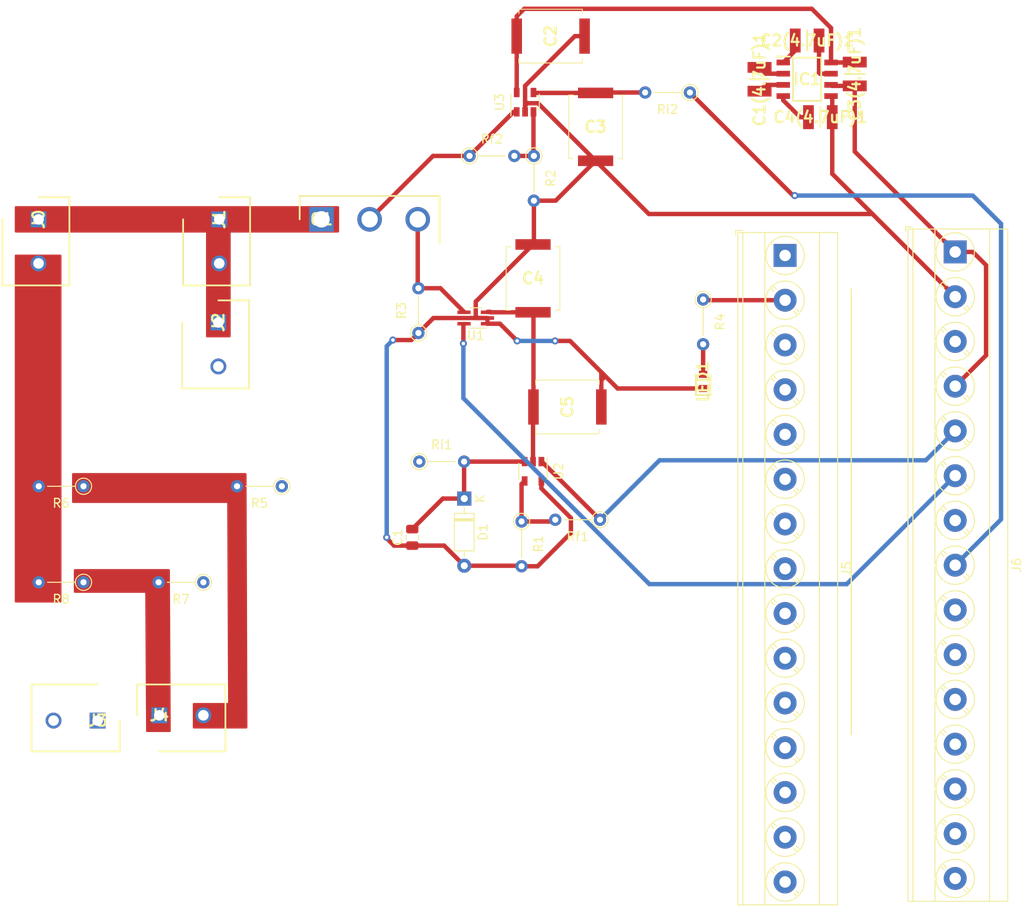
<source format=kicad_pcb>
(kicad_pcb (version 20171130) (host pcbnew "(5.1.6)-1")

  (general
    (thickness 1.6)
    (drawings 1)
    (tracks 142)
    (zones 0)
    (modules 35)
    (nets 54)
  )

  (page A4)
  (layers
    (0 F.Cu signal)
    (31 B.Cu signal)
    (32 B.Adhes user)
    (33 F.Adhes user)
    (34 B.Paste user)
    (35 F.Paste user)
    (36 B.SilkS user)
    (37 F.SilkS user)
    (38 B.Mask user)
    (39 F.Mask user)
    (40 Dwgs.User user)
    (41 Cmts.User user)
    (42 Eco1.User user)
    (43 Eco2.User user)
    (44 Edge.Cuts user)
    (45 Margin user)
    (46 B.CrtYd user)
    (47 F.CrtYd user)
    (48 B.Fab user)
    (49 F.Fab user)
  )

  (setup
    (last_trace_width 0.5)
    (user_trace_width 0.5)
    (user_trace_width 1)
    (user_trace_width 6)
    (user_trace_width 8)
    (user_trace_width 10)
    (trace_clearance 0.2)
    (zone_clearance 0.508)
    (zone_45_only no)
    (trace_min 0.2)
    (via_size 0.8)
    (via_drill 0.4)
    (via_min_size 0.4)
    (via_min_drill 0.3)
    (uvia_size 0.3)
    (uvia_drill 0.1)
    (uvias_allowed no)
    (uvia_min_size 0.2)
    (uvia_min_drill 0.1)
    (edge_width 0.05)
    (segment_width 0.2)
    (pcb_text_width 0.3)
    (pcb_text_size 1.5 1.5)
    (mod_edge_width 0.12)
    (mod_text_size 1 1)
    (mod_text_width 0.15)
    (pad_size 1.524 1.524)
    (pad_drill 0.762)
    (pad_to_mask_clearance 0.05)
    (aux_axis_origin 0 0)
    (visible_elements 7FFFFFFF)
    (pcbplotparams
      (layerselection 0x010fc_ffffffff)
      (usegerberextensions false)
      (usegerberattributes true)
      (usegerberadvancedattributes true)
      (creategerberjobfile true)
      (excludeedgelayer true)
      (linewidth 0.100000)
      (plotframeref false)
      (viasonmask false)
      (mode 1)
      (useauxorigin false)
      (hpglpennumber 1)
      (hpglpenspeed 20)
      (hpglpendiameter 15.000000)
      (psnegative false)
      (psa4output false)
      (plotreference true)
      (plotvalue true)
      (plotinvisibletext false)
      (padsonsilk false)
      (subtractmaskfromsilk false)
      (outputformat 1)
      (mirror false)
      (drillshape 1)
      (scaleselection 1)
      (outputdirectory ""))
  )

  (net 0 "")
  (net 1 "Net-(C1-Pad2)")
  (net 2 GND)
  (net 3 +10V)
  (net 4 "Net-(C3-Pad1)")
  (net 5 +3V3)
  (net 6 "Net-(C1(4.7uF)1-Pad2)")
  (net 7 "Net-(C1(4.7uF)1-Pad1)")
  (net 8 "Net-(C2(4.7uF)1-Pad2)")
  (net 9 "Net-(C2(4.7uF)1-Pad1)")
  (net 10 +5V)
  (net 11 -10V)
  (net 12 DAC_Control)
  (net 13 ADC_C)
  (net 14 ADC_V)
  (net 15 "Net-(LED1-Pad2)")
  (net 16 "Net-(Q1-Pad3)")
  (net 17 GATE)
  (net 18 "Net-(R1-Pad1)")
  (net 19 "Net-(R2-Pad1)")
  (net 20 "Net-(R5-Pad1)")
  (net 21 "Net-(R7-Pad1)")
  (net 22 "Net-(Ri1-Pad1)")
  (net 23 "Net-(J0-Pad1)")
  (net 24 "Net-(J2-Pad2)")
  (net 25 "Net-(J3-Pad2)")
  (net 26 "Net-(J3-Pad1)")
  (net 27 "Net-(J4-Pad2)")
  (net 28 "Net-(J4-Pad1)")
  (net 29 "Net-(J5-Pad1)")
  (net 30 "Net-(J5-Pad2)")
  (net 31 "Net-(J5-Pad3)")
  (net 32 "Net-(J5-Pad4)")
  (net 33 "Net-(J5-Pad5)")
  (net 34 "Net-(J5-Pad6)")
  (net 35 "Net-(J5-Pad7)")
  (net 36 "Net-(J5-Pad8)")
  (net 37 "Net-(J5-Pad9)")
  (net 38 "Net-(J5-Pad10)")
  (net 39 "Net-(J5-Pad11)")
  (net 40 "Net-(J5-Pad12)")
  (net 41 "Net-(J5-Pad13)")
  (net 42 "Net-(J5-Pad14)")
  (net 43 "Net-(J5-Pad15)")
  (net 44 "Net-(J6-Pad3)")
  (net 45 "Net-(J6-Pad7)")
  (net 46 "Net-(J6-Pad9)")
  (net 47 "Net-(J6-Pad10)")
  (net 48 "Net-(J6-Pad11)")
  (net 49 "Net-(J6-Pad12)")
  (net 50 "Net-(J6-Pad13)")
  (net 51 "Net-(J6-Pad14)")
  (net 52 "Net-(J6-Pad15)")
  (net 53 GNDA)

  (net_class Default "This is the default net class."
    (clearance 0.2)
    (trace_width 0.25)
    (via_dia 0.8)
    (via_drill 0.4)
    (uvia_dia 0.3)
    (uvia_drill 0.1)
    (add_net +10V)
    (add_net +3V3)
    (add_net +5V)
    (add_net -10V)
    (add_net ADC_C)
    (add_net ADC_V)
    (add_net DAC_Control)
    (add_net GATE)
    (add_net GND)
    (add_net GNDA)
    (add_net "Net-(C1(4.7uF)1-Pad1)")
    (add_net "Net-(C1(4.7uF)1-Pad2)")
    (add_net "Net-(C1-Pad2)")
    (add_net "Net-(C2(4.7uF)1-Pad1)")
    (add_net "Net-(C2(4.7uF)1-Pad2)")
    (add_net "Net-(C3-Pad1)")
    (add_net "Net-(J0-Pad1)")
    (add_net "Net-(J2-Pad2)")
    (add_net "Net-(J3-Pad1)")
    (add_net "Net-(J3-Pad2)")
    (add_net "Net-(J4-Pad1)")
    (add_net "Net-(J4-Pad2)")
    (add_net "Net-(J5-Pad1)")
    (add_net "Net-(J5-Pad10)")
    (add_net "Net-(J5-Pad11)")
    (add_net "Net-(J5-Pad12)")
    (add_net "Net-(J5-Pad13)")
    (add_net "Net-(J5-Pad14)")
    (add_net "Net-(J5-Pad15)")
    (add_net "Net-(J5-Pad2)")
    (add_net "Net-(J5-Pad3)")
    (add_net "Net-(J5-Pad4)")
    (add_net "Net-(J5-Pad5)")
    (add_net "Net-(J5-Pad6)")
    (add_net "Net-(J5-Pad7)")
    (add_net "Net-(J5-Pad8)")
    (add_net "Net-(J5-Pad9)")
    (add_net "Net-(J6-Pad10)")
    (add_net "Net-(J6-Pad11)")
    (add_net "Net-(J6-Pad12)")
    (add_net "Net-(J6-Pad13)")
    (add_net "Net-(J6-Pad14)")
    (add_net "Net-(J6-Pad15)")
    (add_net "Net-(J6-Pad3)")
    (add_net "Net-(J6-Pad7)")
    (add_net "Net-(J6-Pad9)")
    (add_net "Net-(LED1-Pad2)")
    (add_net "Net-(Q1-Pad3)")
    (add_net "Net-(R1-Pad1)")
    (add_net "Net-(R2-Pad1)")
    (add_net "Net-(R5-Pad1)")
    (add_net "Net-(R7-Pad1)")
    (add_net "Net-(Ri1-Pad1)")
  )

  (module SamacSys_Parts:SHDR2W100P0X500_1X2_1000X760X1040P (layer F.Cu) (tedit 0) (tstamp 5F059563)
    (at 33.4 159.8)
    (descr TB002-500-02BE)
    (tags Connector)
    (path /5F082055)
    (fp_text reference J4 (at 0 0) (layer F.SilkS)
      (effects (font (size 1.27 1.27) (thickness 0.254)))
    )
    (fp_text value TB002-500-02BE (at 0 0) (layer F.SilkS) hide
      (effects (font (size 1.27 1.27) (thickness 0.254)))
    )
    (fp_line (start -2.5 -3.5) (end -2.5 0) (layer F.SilkS) (width 0.2))
    (fp_line (start 7.5 -3.5) (end -2.5 -3.5) (layer F.SilkS) (width 0.2))
    (fp_line (start 7.5 4.1) (end 7.5 -3.5) (layer F.SilkS) (width 0.2))
    (fp_line (start 0 4.1) (end 7.5 4.1) (layer F.SilkS) (width 0.2))
    (fp_line (start 7.5 4.1) (end -2.5 4.1) (layer F.Fab) (width 0.1))
    (fp_line (start 7.5 -3.5) (end 7.5 4.1) (layer F.Fab) (width 0.1))
    (fp_line (start -2.5 -3.5) (end 7.5 -3.5) (layer F.Fab) (width 0.1))
    (fp_line (start -2.5 4.1) (end -2.5 -3.5) (layer F.Fab) (width 0.1))
    (fp_line (start 7.75 4.35) (end -2.75 4.35) (layer F.CrtYd) (width 0.05))
    (fp_line (start 7.75 -3.75) (end 7.75 4.35) (layer F.CrtYd) (width 0.05))
    (fp_line (start -2.75 -3.75) (end 7.75 -3.75) (layer F.CrtYd) (width 0.05))
    (fp_line (start -2.75 4.35) (end -2.75 -3.75) (layer F.CrtYd) (width 0.05))
    (fp_text user %R (at 0 0) (layer F.Fab)
      (effects (font (size 1.27 1.27) (thickness 0.254)))
    )
    (pad 1 thru_hole rect (at 0 0) (size 1.8 1.8) (drill 1.2) (layers *.Cu *.Mask)
      (net 28 "Net-(J4-Pad1)"))
    (pad 2 thru_hole circle (at 5 0) (size 1.8 1.8) (drill 1.2) (layers *.Cu *.Mask)
      (net 27 "Net-(J4-Pad2)"))
  )

  (module SamacSys_Parts:SHDR2W100P0X500_1X2_1000X760X1040P (layer F.Cu) (tedit 0) (tstamp 5F059550)
    (at 26.4 160.4 180)
    (descr TB002-500-02BE)
    (tags Connector)
    (path /5F07A352)
    (fp_text reference J3 (at 0 0) (layer F.SilkS)
      (effects (font (size 1.27 1.27) (thickness 0.254)))
    )
    (fp_text value TB002-500-02BE (at 0 0) (layer F.SilkS) hide
      (effects (font (size 1.27 1.27) (thickness 0.254)))
    )
    (fp_line (start -2.5 -3.5) (end -2.5 0) (layer F.SilkS) (width 0.2))
    (fp_line (start 7.5 -3.5) (end -2.5 -3.5) (layer F.SilkS) (width 0.2))
    (fp_line (start 7.5 4.1) (end 7.5 -3.5) (layer F.SilkS) (width 0.2))
    (fp_line (start 0 4.1) (end 7.5 4.1) (layer F.SilkS) (width 0.2))
    (fp_line (start 7.5 4.1) (end -2.5 4.1) (layer F.Fab) (width 0.1))
    (fp_line (start 7.5 -3.5) (end 7.5 4.1) (layer F.Fab) (width 0.1))
    (fp_line (start -2.5 -3.5) (end 7.5 -3.5) (layer F.Fab) (width 0.1))
    (fp_line (start -2.5 4.1) (end -2.5 -3.5) (layer F.Fab) (width 0.1))
    (fp_line (start 7.75 4.35) (end -2.75 4.35) (layer F.CrtYd) (width 0.05))
    (fp_line (start 7.75 -3.75) (end 7.75 4.35) (layer F.CrtYd) (width 0.05))
    (fp_line (start -2.75 -3.75) (end 7.75 -3.75) (layer F.CrtYd) (width 0.05))
    (fp_line (start -2.75 4.35) (end -2.75 -3.75) (layer F.CrtYd) (width 0.05))
    (fp_text user %R (at 0 0) (layer F.Fab)
      (effects (font (size 1.27 1.27) (thickness 0.254)))
    )
    (pad 1 thru_hole rect (at 0 0 180) (size 1.8 1.8) (drill 1.2) (layers *.Cu *.Mask)
      (net 26 "Net-(J3-Pad1)"))
    (pad 2 thru_hole circle (at 5 0 180) (size 1.8 1.8) (drill 1.2) (layers *.Cu *.Mask)
      (net 25 "Net-(J3-Pad2)"))
  )

  (module SamacSys_Parts:SHDR2W100P0X500_1X2_1000X760X1040P (layer F.Cu) (tedit 0) (tstamp 5F05953D)
    (at 40.1 115.2 270)
    (descr TB002-500-02BE)
    (tags Connector)
    (path /5F31B203)
    (fp_text reference J2 (at 0 0 90) (layer F.SilkS)
      (effects (font (size 1.27 1.27) (thickness 0.254)))
    )
    (fp_text value TB002-500-02BE (at 0 0 90) (layer F.SilkS) hide
      (effects (font (size 1.27 1.27) (thickness 0.254)))
    )
    (fp_line (start -2.5 -3.5) (end -2.5 0) (layer F.SilkS) (width 0.2))
    (fp_line (start 7.5 -3.5) (end -2.5 -3.5) (layer F.SilkS) (width 0.2))
    (fp_line (start 7.5 4.1) (end 7.5 -3.5) (layer F.SilkS) (width 0.2))
    (fp_line (start 0 4.1) (end 7.5 4.1) (layer F.SilkS) (width 0.2))
    (fp_line (start 7.5 4.1) (end -2.5 4.1) (layer F.Fab) (width 0.1))
    (fp_line (start 7.5 -3.5) (end 7.5 4.1) (layer F.Fab) (width 0.1))
    (fp_line (start -2.5 -3.5) (end 7.5 -3.5) (layer F.Fab) (width 0.1))
    (fp_line (start -2.5 4.1) (end -2.5 -3.5) (layer F.Fab) (width 0.1))
    (fp_line (start 7.75 4.35) (end -2.75 4.35) (layer F.CrtYd) (width 0.05))
    (fp_line (start 7.75 -3.75) (end 7.75 4.35) (layer F.CrtYd) (width 0.05))
    (fp_line (start -2.75 -3.75) (end 7.75 -3.75) (layer F.CrtYd) (width 0.05))
    (fp_line (start -2.75 4.35) (end -2.75 -3.75) (layer F.CrtYd) (width 0.05))
    (fp_text user %R (at 0 0 90) (layer F.Fab)
      (effects (font (size 1.27 1.27) (thickness 0.254)))
    )
    (pad 1 thru_hole rect (at 0 0 270) (size 1.8 1.8) (drill 1.2) (layers *.Cu *.Mask)
      (net 23 "Net-(J0-Pad1)"))
    (pad 2 thru_hole circle (at 5 0 270) (size 1.8 1.8) (drill 1.2) (layers *.Cu *.Mask)
      (net 24 "Net-(J2-Pad2)"))
  )

  (module SamacSys_Parts:SHDR2W100P0X500_1X2_1000X760X1040P (layer F.Cu) (tedit 0) (tstamp 5F05952A)
    (at 40.2 103.5 270)
    (descr TB002-500-02BE)
    (tags Connector)
    (path /5F31B1F7)
    (fp_text reference J1 (at 0 0 90) (layer F.SilkS)
      (effects (font (size 1.27 1.27) (thickness 0.254)))
    )
    (fp_text value TB002-500-02BE (at 0 0 90) (layer F.SilkS) hide
      (effects (font (size 1.27 1.27) (thickness 0.254)))
    )
    (fp_line (start -2.5 -3.5) (end -2.5 0) (layer F.SilkS) (width 0.2))
    (fp_line (start 7.5 -3.5) (end -2.5 -3.5) (layer F.SilkS) (width 0.2))
    (fp_line (start 7.5 4.1) (end 7.5 -3.5) (layer F.SilkS) (width 0.2))
    (fp_line (start 0 4.1) (end 7.5 4.1) (layer F.SilkS) (width 0.2))
    (fp_line (start 7.5 4.1) (end -2.5 4.1) (layer F.Fab) (width 0.1))
    (fp_line (start 7.5 -3.5) (end 7.5 4.1) (layer F.Fab) (width 0.1))
    (fp_line (start -2.5 -3.5) (end 7.5 -3.5) (layer F.Fab) (width 0.1))
    (fp_line (start -2.5 4.1) (end -2.5 -3.5) (layer F.Fab) (width 0.1))
    (fp_line (start 7.75 4.35) (end -2.75 4.35) (layer F.CrtYd) (width 0.05))
    (fp_line (start 7.75 -3.75) (end 7.75 4.35) (layer F.CrtYd) (width 0.05))
    (fp_line (start -2.75 -3.75) (end 7.75 -3.75) (layer F.CrtYd) (width 0.05))
    (fp_line (start -2.75 4.35) (end -2.75 -3.75) (layer F.CrtYd) (width 0.05))
    (fp_text user %R (at 0 0 90) (layer F.Fab)
      (effects (font (size 1.27 1.27) (thickness 0.254)))
    )
    (pad 1 thru_hole rect (at 0 0 270) (size 1.8 1.8) (drill 1.2) (layers *.Cu *.Mask)
      (net 23 "Net-(J0-Pad1)"))
    (pad 2 thru_hole circle (at 5 0 270) (size 1.8 1.8) (drill 1.2) (layers *.Cu *.Mask)
      (net 23 "Net-(J0-Pad1)"))
  )

  (module SamacSys_Parts:SHDR2W100P0X500_1X2_1000X760X1040P (layer F.Cu) (tedit 0) (tstamp 5F059517)
    (at 19.7 103.5 270)
    (descr TB002-500-02BE)
    (tags Connector)
    (path /5F05C88D)
    (fp_text reference J0 (at 0 0 90) (layer F.SilkS)
      (effects (font (size 1.27 1.27) (thickness 0.254)))
    )
    (fp_text value TB002-500-02BE (at 0 0 90) (layer F.SilkS) hide
      (effects (font (size 1.27 1.27) (thickness 0.254)))
    )
    (fp_line (start -2.5 -3.5) (end -2.5 0) (layer F.SilkS) (width 0.2))
    (fp_line (start 7.5 -3.5) (end -2.5 -3.5) (layer F.SilkS) (width 0.2))
    (fp_line (start 7.5 4.1) (end 7.5 -3.5) (layer F.SilkS) (width 0.2))
    (fp_line (start 0 4.1) (end 7.5 4.1) (layer F.SilkS) (width 0.2))
    (fp_line (start 7.5 4.1) (end -2.5 4.1) (layer F.Fab) (width 0.1))
    (fp_line (start 7.5 -3.5) (end 7.5 4.1) (layer F.Fab) (width 0.1))
    (fp_line (start -2.5 -3.5) (end 7.5 -3.5) (layer F.Fab) (width 0.1))
    (fp_line (start -2.5 4.1) (end -2.5 -3.5) (layer F.Fab) (width 0.1))
    (fp_line (start 7.75 4.35) (end -2.75 4.35) (layer F.CrtYd) (width 0.05))
    (fp_line (start 7.75 -3.75) (end 7.75 4.35) (layer F.CrtYd) (width 0.05))
    (fp_line (start -2.75 -3.75) (end 7.75 -3.75) (layer F.CrtYd) (width 0.05))
    (fp_line (start -2.75 4.35) (end -2.75 -3.75) (layer F.CrtYd) (width 0.05))
    (fp_text user %R (at 0 0 90) (layer F.Fab)
      (effects (font (size 1.27 1.27) (thickness 0.254)))
    )
    (pad 1 thru_hole rect (at 0 0 270) (size 1.8 1.8) (drill 1.2) (layers *.Cu *.Mask)
      (net 23 "Net-(J0-Pad1)"))
    (pad 2 thru_hole circle (at 5 0 270) (size 1.8 1.8) (drill 1.2) (layers *.Cu *.Mask)
      (net 53 GNDA))
  )

  (module Package_TO_SOT_SMD:SOT-23-5 (layer F.Cu) (tedit 5A02FF57) (tstamp 5EF63B99)
    (at 74.9 90.2 90)
    (descr "5-pin SOT23 package")
    (tags SOT-23-5)
    (path /5EF4C180)
    (attr smd)
    (fp_text reference U3 (at 0 -2.9 90) (layer F.SilkS)
      (effects (font (size 1 1) (thickness 0.15)))
    )
    (fp_text value LT1215 (at 0 2.9 90) (layer F.Fab)
      (effects (font (size 1 1) (thickness 0.15)))
    )
    (fp_line (start -0.9 1.61) (end 0.9 1.61) (layer F.SilkS) (width 0.12))
    (fp_line (start 0.9 -1.61) (end -1.55 -1.61) (layer F.SilkS) (width 0.12))
    (fp_line (start -1.9 -1.8) (end 1.9 -1.8) (layer F.CrtYd) (width 0.05))
    (fp_line (start 1.9 -1.8) (end 1.9 1.8) (layer F.CrtYd) (width 0.05))
    (fp_line (start 1.9 1.8) (end -1.9 1.8) (layer F.CrtYd) (width 0.05))
    (fp_line (start -1.9 1.8) (end -1.9 -1.8) (layer F.CrtYd) (width 0.05))
    (fp_line (start -0.9 -0.9) (end -0.25 -1.55) (layer F.Fab) (width 0.1))
    (fp_line (start 0.9 -1.55) (end -0.25 -1.55) (layer F.Fab) (width 0.1))
    (fp_line (start -0.9 -0.9) (end -0.9 1.55) (layer F.Fab) (width 0.1))
    (fp_line (start 0.9 1.55) (end -0.9 1.55) (layer F.Fab) (width 0.1))
    (fp_line (start 0.9 -1.55) (end 0.9 1.55) (layer F.Fab) (width 0.1))
    (fp_text user %R (at 0 0) (layer F.Fab)
      (effects (font (size 0.5 0.5) (thickness 0.075)))
    )
    (pad 5 smd rect (at 1.1 -0.95 90) (size 1.06 0.65) (layers F.Cu F.Paste F.Mask)
      (net 3 +10V))
    (pad 4 smd rect (at 1.1 0.95 90) (size 1.06 0.65) (layers F.Cu F.Paste F.Mask)
      (net 4 "Net-(C3-Pad1)"))
    (pad 3 smd rect (at -1.1 0.95 90) (size 1.06 0.65) (layers F.Cu F.Paste F.Mask)
      (net 19 "Net-(R2-Pad1)"))
    (pad 2 smd rect (at -1.1 0 90) (size 1.06 0.65) (layers F.Cu F.Paste F.Mask)
      (net 2 GND))
    (pad 1 smd rect (at -1.1 -0.95 90) (size 1.06 0.65) (layers F.Cu F.Paste F.Mask)
      (net 17 GATE))
    (model ${KISYS3DMOD}/Package_TO_SOT_SMD.3dshapes/SOT-23-5.wrl
      (at (xyz 0 0 0))
      (scale (xyz 1 1 1))
      (rotate (xyz 0 0 0))
    )
  )

  (module Package_TO_SOT_SMD:SOT-23-5 (layer F.Cu) (tedit 5A02FF57) (tstamp 5EF63B84)
    (at 75.8 132.1 270)
    (descr "5-pin SOT23 package")
    (tags SOT-23-5)
    (path /5EF12695)
    (attr smd)
    (fp_text reference U2 (at 0 -2.9 90) (layer F.SilkS)
      (effects (font (size 1 1) (thickness 0.15)))
    )
    (fp_text value LT1215 (at 0 2.9 90) (layer F.Fab)
      (effects (font (size 1 1) (thickness 0.15)))
    )
    (fp_line (start -0.9 1.61) (end 0.9 1.61) (layer F.SilkS) (width 0.12))
    (fp_line (start 0.9 -1.61) (end -1.55 -1.61) (layer F.SilkS) (width 0.12))
    (fp_line (start -1.9 -1.8) (end 1.9 -1.8) (layer F.CrtYd) (width 0.05))
    (fp_line (start 1.9 -1.8) (end 1.9 1.8) (layer F.CrtYd) (width 0.05))
    (fp_line (start 1.9 1.8) (end -1.9 1.8) (layer F.CrtYd) (width 0.05))
    (fp_line (start -1.9 1.8) (end -1.9 -1.8) (layer F.CrtYd) (width 0.05))
    (fp_line (start -0.9 -0.9) (end -0.25 -1.55) (layer F.Fab) (width 0.1))
    (fp_line (start 0.9 -1.55) (end -0.25 -1.55) (layer F.Fab) (width 0.1))
    (fp_line (start -0.9 -0.9) (end -0.9 1.55) (layer F.Fab) (width 0.1))
    (fp_line (start 0.9 1.55) (end -0.9 1.55) (layer F.Fab) (width 0.1))
    (fp_line (start 0.9 -1.55) (end 0.9 1.55) (layer F.Fab) (width 0.1))
    (fp_text user %R (at 0 0) (layer F.Fab)
      (effects (font (size 0.5 0.5) (thickness 0.075)))
    )
    (pad 5 smd rect (at 1.1 -0.95 270) (size 1.06 0.65) (layers F.Cu F.Paste F.Mask)
      (net 2 GND))
    (pad 4 smd rect (at 1.1 0.95 270) (size 1.06 0.65) (layers F.Cu F.Paste F.Mask)
      (net 18 "Net-(R1-Pad1)"))
    (pad 3 smd rect (at -1.1 0.95 270) (size 1.06 0.65) (layers F.Cu F.Paste F.Mask)
      (net 1 "Net-(C1-Pad2)"))
    (pad 2 smd rect (at -1.1 0 270) (size 1.06 0.65) (layers F.Cu F.Paste F.Mask)
      (net 5 +3V3))
    (pad 1 smd rect (at -1.1 -0.95 270) (size 1.06 0.65) (layers F.Cu F.Paste F.Mask)
      (net 14 ADC_V))
    (model ${KISYS3DMOD}/Package_TO_SOT_SMD.3dshapes/SOT-23-5.wrl
      (at (xyz 0 0 0))
      (scale (xyz 1 1 1))
      (rotate (xyz 0 0 0))
    )
  )

  (module Package_TO_SOT_SMD:SOT-363_SC-70-6_Handsoldering (layer F.Cu) (tedit 5A02FF57) (tstamp 5EF63B6F)
    (at 69.3 114.7 180)
    (descr "SOT-363, SC-70-6, Handsoldering")
    (tags "SOT-363 SC-70-6 Handsoldering")
    (path /5EFC883D)
    (attr smd)
    (fp_text reference U1 (at 0 -2) (layer F.SilkS)
      (effects (font (size 1 1) (thickness 0.15)))
    )
    (fp_text value INA211CQDCKRQ1 (at 0 2 180) (layer F.Fab)
      (effects (font (size 1 1) (thickness 0.15)))
    )
    (fp_line (start -2.4 1.4) (end 2.4 1.4) (layer F.CrtYd) (width 0.05))
    (fp_line (start 0.7 -1.16) (end -1.2 -1.16) (layer F.SilkS) (width 0.12))
    (fp_line (start -0.7 1.16) (end 0.7 1.16) (layer F.SilkS) (width 0.12))
    (fp_line (start 2.4 1.4) (end 2.4 -1.4) (layer F.CrtYd) (width 0.05))
    (fp_line (start -2.4 -1.4) (end -2.4 1.4) (layer F.CrtYd) (width 0.05))
    (fp_line (start -2.4 -1.4) (end 2.4 -1.4) (layer F.CrtYd) (width 0.05))
    (fp_line (start 0.675 -1.1) (end -0.175 -1.1) (layer F.Fab) (width 0.1))
    (fp_line (start -0.675 -0.6) (end -0.675 1.1) (layer F.Fab) (width 0.1))
    (fp_line (start 0.675 -1.1) (end 0.675 1.1) (layer F.Fab) (width 0.1))
    (fp_line (start 0.675 1.1) (end -0.675 1.1) (layer F.Fab) (width 0.1))
    (fp_line (start -0.175 -1.1) (end -0.675 -0.6) (layer F.Fab) (width 0.1))
    (fp_text user %R (at 0 0 90) (layer F.Fab)
      (effects (font (size 0.5 0.5) (thickness 0.075)))
    )
    (pad 6 smd rect (at 1.33 -0.65 180) (size 1.5 0.4) (layers F.Cu F.Paste F.Mask)
      (net 13 ADC_C))
    (pad 5 smd rect (at 1.33 0 180) (size 1.5 0.4) (layers F.Cu F.Paste F.Mask)
      (net 2 GND))
    (pad 4 smd rect (at 1.33 0.65 180) (size 1.5 0.4) (layers F.Cu F.Paste F.Mask)
      (net 16 "Net-(Q1-Pad3)"))
    (pad 3 smd rect (at -1.33 0.65 180) (size 1.5 0.4) (layers F.Cu F.Paste F.Mask)
      (net 5 +3V3))
    (pad 2 smd rect (at -1.33 0 180) (size 1.5 0.4) (layers F.Cu F.Paste F.Mask)
      (net 2 GND))
    (pad 1 smd rect (at -1.33 -0.65 180) (size 1.5 0.4) (layers F.Cu F.Paste F.Mask)
      (net 2 GND))
    (model ${KISYS3DMOD}/Package_TO_SOT_SMD.3dshapes/SOT-363_SC-70-6.wrl
      (at (xyz 0 0 0))
      (scale (xyz 1 1 1))
      (rotate (xyz 0 0 0))
    )
  )

  (module Resistor_THT:R_Axial_DIN0204_L3.6mm_D1.6mm_P5.08mm_Vertical (layer F.Cu) (tedit 5AE5139B) (tstamp 5EF63B28)
    (at 93.6 89.1 180)
    (descr "Resistor, Axial_DIN0204 series, Axial, Vertical, pin pitch=5.08mm, 0.167W, length*diameter=3.6*1.6mm^2, http://cdn-reichelt.de/documents/datenblatt/B400/1_4W%23YAG.pdf")
    (tags "Resistor Axial_DIN0204 series Axial Vertical pin pitch 5.08mm 0.167W length 3.6mm diameter 1.6mm")
    (path /5EF6845E)
    (fp_text reference Ri2 (at 2.54 -1.92) (layer F.SilkS)
      (effects (font (size 1 1) (thickness 0.15)))
    )
    (fp_text value 1k (at 2.54 1.92) (layer F.Fab)
      (effects (font (size 1 1) (thickness 0.15)))
    )
    (fp_circle (center 0 0) (end 0.8 0) (layer F.Fab) (width 0.1))
    (fp_circle (center 0 0) (end 0.92 0) (layer F.SilkS) (width 0.12))
    (fp_line (start 0 0) (end 5.08 0) (layer F.Fab) (width 0.1))
    (fp_line (start 0.92 0) (end 4.08 0) (layer F.SilkS) (width 0.12))
    (fp_line (start -1.05 -1.05) (end -1.05 1.05) (layer F.CrtYd) (width 0.05))
    (fp_line (start -1.05 1.05) (end 6.03 1.05) (layer F.CrtYd) (width 0.05))
    (fp_line (start 6.03 1.05) (end 6.03 -1.05) (layer F.CrtYd) (width 0.05))
    (fp_line (start 6.03 -1.05) (end -1.05 -1.05) (layer F.CrtYd) (width 0.05))
    (fp_text user %R (at 2.54 -1.92) (layer F.Fab)
      (effects (font (size 1 1) (thickness 0.15)))
    )
    (pad 2 thru_hole oval (at 5.08 0 180) (size 1.4 1.4) (drill 0.7) (layers *.Cu *.Mask)
      (net 4 "Net-(C3-Pad1)"))
    (pad 1 thru_hole circle (at 0 0 180) (size 1.4 1.4) (drill 0.7) (layers *.Cu *.Mask)
      (net 12 DAC_Control))
    (model ${KISYS3DMOD}/Resistor_THT.3dshapes/R_Axial_DIN0204_L3.6mm_D1.6mm_P5.08mm_Vertical.wrl
      (at (xyz 0 0 0))
      (scale (xyz 1 1 1))
      (rotate (xyz 0 0 0))
    )
  )

  (module Resistor_THT:R_Axial_DIN0204_L3.6mm_D1.6mm_P5.08mm_Vertical (layer F.Cu) (tedit 5AE5139B) (tstamp 5EF63B19)
    (at 62.9 131)
    (descr "Resistor, Axial_DIN0204 series, Axial, Vertical, pin pitch=5.08mm, 0.167W, length*diameter=3.6*1.6mm^2, http://cdn-reichelt.de/documents/datenblatt/B400/1_4W%23YAG.pdf")
    (tags "Resistor Axial_DIN0204 series Axial Vertical pin pitch 5.08mm 0.167W length 3.6mm diameter 1.6mm")
    (path /5EFDA147)
    (fp_text reference Ri1 (at 2.54 -1.92) (layer F.SilkS)
      (effects (font (size 1 1) (thickness 0.15)))
    )
    (fp_text value 10k (at 2.54 1.92) (layer F.Fab)
      (effects (font (size 1 1) (thickness 0.15)))
    )
    (fp_circle (center 0 0) (end 0.8 0) (layer F.Fab) (width 0.1))
    (fp_circle (center 0 0) (end 0.92 0) (layer F.SilkS) (width 0.12))
    (fp_line (start 0 0) (end 5.08 0) (layer F.Fab) (width 0.1))
    (fp_line (start 0.92 0) (end 4.08 0) (layer F.SilkS) (width 0.12))
    (fp_line (start -1.05 -1.05) (end -1.05 1.05) (layer F.CrtYd) (width 0.05))
    (fp_line (start -1.05 1.05) (end 6.03 1.05) (layer F.CrtYd) (width 0.05))
    (fp_line (start 6.03 1.05) (end 6.03 -1.05) (layer F.CrtYd) (width 0.05))
    (fp_line (start 6.03 -1.05) (end -1.05 -1.05) (layer F.CrtYd) (width 0.05))
    (fp_text user %R (at 2.54 -1.92) (layer F.Fab)
      (effects (font (size 1 1) (thickness 0.15)))
    )
    (pad 2 thru_hole oval (at 5.08 0) (size 1.4 1.4) (drill 0.7) (layers *.Cu *.Mask)
      (net 1 "Net-(C1-Pad2)"))
    (pad 1 thru_hole circle (at 0 0) (size 1.4 1.4) (drill 0.7) (layers *.Cu *.Mask)
      (net 22 "Net-(Ri1-Pad1)"))
    (model ${KISYS3DMOD}/Resistor_THT.3dshapes/R_Axial_DIN0204_L3.6mm_D1.6mm_P5.08mm_Vertical.wrl
      (at (xyz 0 0 0))
      (scale (xyz 1 1 1))
      (rotate (xyz 0 0 0))
    )
  )

  (module Resistor_THT:R_Axial_DIN0204_L3.6mm_D1.6mm_P5.08mm_Vertical (layer F.Cu) (tedit 5AE5139B) (tstamp 5EF63B0A)
    (at 68.6 96.3)
    (descr "Resistor, Axial_DIN0204 series, Axial, Vertical, pin pitch=5.08mm, 0.167W, length*diameter=3.6*1.6mm^2, http://cdn-reichelt.de/documents/datenblatt/B400/1_4W%23YAG.pdf")
    (tags "Resistor Axial_DIN0204 series Axial Vertical pin pitch 5.08mm 0.167W length 3.6mm diameter 1.6mm")
    (path /5EF6EF1E)
    (fp_text reference Rf2 (at 2.54 -1.92) (layer F.SilkS)
      (effects (font (size 1 1) (thickness 0.15)))
    )
    (fp_text value 4k (at 2.54 1.92) (layer F.Fab)
      (effects (font (size 1 1) (thickness 0.15)))
    )
    (fp_circle (center 0 0) (end 0.8 0) (layer F.Fab) (width 0.1))
    (fp_circle (center 0 0) (end 0.92 0) (layer F.SilkS) (width 0.12))
    (fp_line (start 0 0) (end 5.08 0) (layer F.Fab) (width 0.1))
    (fp_line (start 0.92 0) (end 4.08 0) (layer F.SilkS) (width 0.12))
    (fp_line (start -1.05 -1.05) (end -1.05 1.05) (layer F.CrtYd) (width 0.05))
    (fp_line (start -1.05 1.05) (end 6.03 1.05) (layer F.CrtYd) (width 0.05))
    (fp_line (start 6.03 1.05) (end 6.03 -1.05) (layer F.CrtYd) (width 0.05))
    (fp_line (start 6.03 -1.05) (end -1.05 -1.05) (layer F.CrtYd) (width 0.05))
    (fp_text user %R (at 2.54 -1.92) (layer F.Fab)
      (effects (font (size 1 1) (thickness 0.15)))
    )
    (pad 2 thru_hole oval (at 5.08 0) (size 1.4 1.4) (drill 0.7) (layers *.Cu *.Mask)
      (net 19 "Net-(R2-Pad1)"))
    (pad 1 thru_hole circle (at 0 0) (size 1.4 1.4) (drill 0.7) (layers *.Cu *.Mask)
      (net 17 GATE))
    (model ${KISYS3DMOD}/Resistor_THT.3dshapes/R_Axial_DIN0204_L3.6mm_D1.6mm_P5.08mm_Vertical.wrl
      (at (xyz 0 0 0))
      (scale (xyz 1 1 1))
      (rotate (xyz 0 0 0))
    )
  )

  (module Resistor_THT:R_Axial_DIN0204_L3.6mm_D1.6mm_P5.08mm_Vertical (layer F.Cu) (tedit 5AE5139B) (tstamp 5EF63AFB)
    (at 83.4 137.6 180)
    (descr "Resistor, Axial_DIN0204 series, Axial, Vertical, pin pitch=5.08mm, 0.167W, length*diameter=3.6*1.6mm^2, http://cdn-reichelt.de/documents/datenblatt/B400/1_4W%23YAG.pdf")
    (tags "Resistor Axial_DIN0204 series Axial Vertical pin pitch 5.08mm 0.167W length 3.6mm diameter 1.6mm")
    (path /5EF20BB8)
    (fp_text reference Rf1 (at 2.54 -1.92) (layer F.SilkS)
      (effects (font (size 1 1) (thickness 0.15)))
    )
    (fp_text value 1k (at 2.54 1.92) (layer F.Fab)
      (effects (font (size 1 1) (thickness 0.15)))
    )
    (fp_circle (center 0 0) (end 0.8 0) (layer F.Fab) (width 0.1))
    (fp_circle (center 0 0) (end 0.92 0) (layer F.SilkS) (width 0.12))
    (fp_line (start 0 0) (end 5.08 0) (layer F.Fab) (width 0.1))
    (fp_line (start 0.92 0) (end 4.08 0) (layer F.SilkS) (width 0.12))
    (fp_line (start -1.05 -1.05) (end -1.05 1.05) (layer F.CrtYd) (width 0.05))
    (fp_line (start -1.05 1.05) (end 6.03 1.05) (layer F.CrtYd) (width 0.05))
    (fp_line (start 6.03 1.05) (end 6.03 -1.05) (layer F.CrtYd) (width 0.05))
    (fp_line (start 6.03 -1.05) (end -1.05 -1.05) (layer F.CrtYd) (width 0.05))
    (fp_text user %R (at 2.54 -1.92) (layer F.Fab)
      (effects (font (size 1 1) (thickness 0.15)))
    )
    (pad 2 thru_hole oval (at 5.08 0 180) (size 1.4 1.4) (drill 0.7) (layers *.Cu *.Mask)
      (net 18 "Net-(R1-Pad1)"))
    (pad 1 thru_hole circle (at 0 0 180) (size 1.4 1.4) (drill 0.7) (layers *.Cu *.Mask)
      (net 14 ADC_V))
    (model ${KISYS3DMOD}/Resistor_THT.3dshapes/R_Axial_DIN0204_L3.6mm_D1.6mm_P5.08mm_Vertical.wrl
      (at (xyz 0 0 0))
      (scale (xyz 1 1 1))
      (rotate (xyz 0 0 0))
    )
  )

  (module Resistor_THT:R_Axial_DIN0204_L3.6mm_D1.6mm_P5.08mm_Vertical (layer F.Cu) (tedit 5AE5139B) (tstamp 5EF63AEC)
    (at 24.8 144.7 180)
    (descr "Resistor, Axial_DIN0204 series, Axial, Vertical, pin pitch=5.08mm, 0.167W, length*diameter=3.6*1.6mm^2, http://cdn-reichelt.de/documents/datenblatt/B400/1_4W%23YAG.pdf")
    (tags "Resistor Axial_DIN0204 series Axial Vertical pin pitch 5.08mm 0.167W length 3.6mm diameter 1.6mm")
    (path /5EF5A814)
    (fp_text reference R8 (at 2.54 -1.92) (layer F.SilkS)
      (effects (font (size 1 1) (thickness 0.15)))
    )
    (fp_text value 2k (at 2.54 1.92) (layer F.Fab)
      (effects (font (size 1 1) (thickness 0.15)))
    )
    (fp_text user %R (at 2.54 -1.92) (layer F.Fab)
      (effects (font (size 1 1) (thickness 0.15)))
    )
    (fp_line (start 6.03 -1.05) (end -1.05 -1.05) (layer F.CrtYd) (width 0.05))
    (fp_line (start 6.03 1.05) (end 6.03 -1.05) (layer F.CrtYd) (width 0.05))
    (fp_line (start -1.05 1.05) (end 6.03 1.05) (layer F.CrtYd) (width 0.05))
    (fp_line (start -1.05 -1.05) (end -1.05 1.05) (layer F.CrtYd) (width 0.05))
    (fp_line (start 0.92 0) (end 4.08 0) (layer F.SilkS) (width 0.12))
    (fp_line (start 0 0) (end 5.08 0) (layer F.Fab) (width 0.1))
    (fp_circle (center 0 0) (end 0.92 0) (layer F.SilkS) (width 0.12))
    (fp_circle (center 0 0) (end 0.8 0) (layer F.Fab) (width 0.1))
    (pad 1 thru_hole circle (at 0 0 180) (size 1.4 1.4) (drill 0.7) (layers *.Cu *.Mask)
      (net 28 "Net-(J4-Pad1)"))
    (pad 2 thru_hole oval (at 5.08 0 180) (size 1.4 1.4) (drill 0.7) (layers *.Cu *.Mask)
      (net 53 GNDA))
    (model ${KISYS3DMOD}/Resistor_THT.3dshapes/R_Axial_DIN0204_L3.6mm_D1.6mm_P5.08mm_Vertical.wrl
      (at (xyz 0 0 0))
      (scale (xyz 1 1 1))
      (rotate (xyz 0 0 0))
    )
  )

  (module Resistor_THT:R_Axial_DIN0204_L3.6mm_D1.6mm_P5.08mm_Vertical (layer F.Cu) (tedit 5AE5139B) (tstamp 5EF63ADD)
    (at 38.4 144.7 180)
    (descr "Resistor, Axial_DIN0204 series, Axial, Vertical, pin pitch=5.08mm, 0.167W, length*diameter=3.6*1.6mm^2, http://cdn-reichelt.de/documents/datenblatt/B400/1_4W%23YAG.pdf")
    (tags "Resistor Axial_DIN0204 series Axial Vertical pin pitch 5.08mm 0.167W length 3.6mm diameter 1.6mm")
    (path /5EF0BE66)
    (fp_text reference R7 (at 2.54 -1.92) (layer F.SilkS)
      (effects (font (size 1 1) (thickness 0.15)))
    )
    (fp_text value 132K (at 2.54 1.92) (layer F.Fab)
      (effects (font (size 1 1) (thickness 0.15)))
    )
    (fp_text user %R (at 2.54 -1.92) (layer F.Fab)
      (effects (font (size 1 1) (thickness 0.15)))
    )
    (fp_line (start 6.03 -1.05) (end -1.05 -1.05) (layer F.CrtYd) (width 0.05))
    (fp_line (start 6.03 1.05) (end 6.03 -1.05) (layer F.CrtYd) (width 0.05))
    (fp_line (start -1.05 1.05) (end 6.03 1.05) (layer F.CrtYd) (width 0.05))
    (fp_line (start -1.05 -1.05) (end -1.05 1.05) (layer F.CrtYd) (width 0.05))
    (fp_line (start 0.92 0) (end 4.08 0) (layer F.SilkS) (width 0.12))
    (fp_line (start 0 0) (end 5.08 0) (layer F.Fab) (width 0.1))
    (fp_circle (center 0 0) (end 0.92 0) (layer F.SilkS) (width 0.12))
    (fp_circle (center 0 0) (end 0.8 0) (layer F.Fab) (width 0.1))
    (pad 1 thru_hole circle (at 0 0 180) (size 1.4 1.4) (drill 0.7) (layers *.Cu *.Mask)
      (net 21 "Net-(R7-Pad1)"))
    (pad 2 thru_hole oval (at 5.08 0 180) (size 1.4 1.4) (drill 0.7) (layers *.Cu *.Mask)
      (net 28 "Net-(J4-Pad1)"))
    (model ${KISYS3DMOD}/Resistor_THT.3dshapes/R_Axial_DIN0204_L3.6mm_D1.6mm_P5.08mm_Vertical.wrl
      (at (xyz 0 0 0))
      (scale (xyz 1 1 1))
      (rotate (xyz 0 0 0))
    )
  )

  (module Resistor_THT:R_Axial_DIN0204_L3.6mm_D1.6mm_P5.08mm_Vertical (layer F.Cu) (tedit 5AE5139B) (tstamp 5EF63ACE)
    (at 24.8 133.8 180)
    (descr "Resistor, Axial_DIN0204 series, Axial, Vertical, pin pitch=5.08mm, 0.167W, length*diameter=3.6*1.6mm^2, http://cdn-reichelt.de/documents/datenblatt/B400/1_4W%23YAG.pdf")
    (tags "Resistor Axial_DIN0204 series Axial Vertical pin pitch 5.08mm 0.167W length 3.6mm diameter 1.6mm")
    (path /5EFCDBB7)
    (fp_text reference R6 (at 2.54 -1.92) (layer F.SilkS)
      (effects (font (size 1 1) (thickness 0.15)))
    )
    (fp_text value 10k (at 2.54 1.92) (layer F.Fab)
      (effects (font (size 1 1) (thickness 0.15)))
    )
    (fp_text user %R (at 2.54 -1.92) (layer F.Fab)
      (effects (font (size 1 1) (thickness 0.15)))
    )
    (fp_line (start 6.03 -1.05) (end -1.05 -1.05) (layer F.CrtYd) (width 0.05))
    (fp_line (start 6.03 1.05) (end 6.03 -1.05) (layer F.CrtYd) (width 0.05))
    (fp_line (start -1.05 1.05) (end 6.03 1.05) (layer F.CrtYd) (width 0.05))
    (fp_line (start -1.05 -1.05) (end -1.05 1.05) (layer F.CrtYd) (width 0.05))
    (fp_line (start 0.92 0) (end 4.08 0) (layer F.SilkS) (width 0.12))
    (fp_line (start 0 0) (end 5.08 0) (layer F.Fab) (width 0.1))
    (fp_circle (center 0 0) (end 0.92 0) (layer F.SilkS) (width 0.12))
    (fp_circle (center 0 0) (end 0.8 0) (layer F.Fab) (width 0.1))
    (pad 1 thru_hole circle (at 0 0 180) (size 1.4 1.4) (drill 0.7) (layers *.Cu *.Mask)
      (net 27 "Net-(J4-Pad2)"))
    (pad 2 thru_hole oval (at 5.08 0 180) (size 1.4 1.4) (drill 0.7) (layers *.Cu *.Mask)
      (net 53 GNDA))
    (model ${KISYS3DMOD}/Resistor_THT.3dshapes/R_Axial_DIN0204_L3.6mm_D1.6mm_P5.08mm_Vertical.wrl
      (at (xyz 0 0 0))
      (scale (xyz 1 1 1))
      (rotate (xyz 0 0 0))
    )
  )

  (module Resistor_THT:R_Axial_DIN0204_L3.6mm_D1.6mm_P5.08mm_Vertical (layer F.Cu) (tedit 5AE5139B) (tstamp 5EF63ABF)
    (at 47.3 133.8 180)
    (descr "Resistor, Axial_DIN0204 series, Axial, Vertical, pin pitch=5.08mm, 0.167W, length*diameter=3.6*1.6mm^2, http://cdn-reichelt.de/documents/datenblatt/B400/1_4W%23YAG.pdf")
    (tags "Resistor Axial_DIN0204 series Axial Vertical pin pitch 5.08mm 0.167W length 3.6mm diameter 1.6mm")
    (path /5EF0B2A5)
    (fp_text reference R5 (at 2.54 -1.92) (layer F.SilkS)
      (effects (font (size 1 1) (thickness 0.15)))
    )
    (fp_text value 56.6k (at 2.54 1.92) (layer F.Fab)
      (effects (font (size 1 1) (thickness 0.15)))
    )
    (fp_text user %R (at 2.54 -1.92) (layer F.Fab)
      (effects (font (size 1 1) (thickness 0.15)))
    )
    (fp_line (start 6.03 -1.05) (end -1.05 -1.05) (layer F.CrtYd) (width 0.05))
    (fp_line (start 6.03 1.05) (end 6.03 -1.05) (layer F.CrtYd) (width 0.05))
    (fp_line (start -1.05 1.05) (end 6.03 1.05) (layer F.CrtYd) (width 0.05))
    (fp_line (start -1.05 -1.05) (end -1.05 1.05) (layer F.CrtYd) (width 0.05))
    (fp_line (start 0.92 0) (end 4.08 0) (layer F.SilkS) (width 0.12))
    (fp_line (start 0 0) (end 5.08 0) (layer F.Fab) (width 0.1))
    (fp_circle (center 0 0) (end 0.92 0) (layer F.SilkS) (width 0.12))
    (fp_circle (center 0 0) (end 0.8 0) (layer F.Fab) (width 0.1))
    (pad 1 thru_hole circle (at 0 0 180) (size 1.4 1.4) (drill 0.7) (layers *.Cu *.Mask)
      (net 20 "Net-(R5-Pad1)"))
    (pad 2 thru_hole oval (at 5.08 0 180) (size 1.4 1.4) (drill 0.7) (layers *.Cu *.Mask)
      (net 27 "Net-(J4-Pad2)"))
    (model ${KISYS3DMOD}/Resistor_THT.3dshapes/R_Axial_DIN0204_L3.6mm_D1.6mm_P5.08mm_Vertical.wrl
      (at (xyz 0 0 0))
      (scale (xyz 1 1 1))
      (rotate (xyz 0 0 0))
    )
  )

  (module Resistor_THT:R_Axial_DIN0204_L3.6mm_D1.6mm_P5.08mm_Vertical (layer F.Cu) (tedit 5AE5139B) (tstamp 5EF63AB0)
    (at 95.1 112.6 270)
    (descr "Resistor, Axial_DIN0204 series, Axial, Vertical, pin pitch=5.08mm, 0.167W, length*diameter=3.6*1.6mm^2, http://cdn-reichelt.de/documents/datenblatt/B400/1_4W%23YAG.pdf")
    (tags "Resistor Axial_DIN0204 series Axial Vertical pin pitch 5.08mm 0.167W length 3.6mm diameter 1.6mm")
    (path /5EF470D8)
    (fp_text reference R4 (at 2.54 -1.92 90) (layer F.SilkS)
      (effects (font (size 1 1) (thickness 0.15)))
    )
    (fp_text value 330 (at 2.54 1.92 90) (layer F.Fab)
      (effects (font (size 1 1) (thickness 0.15)))
    )
    (fp_circle (center 0 0) (end 0.8 0) (layer F.Fab) (width 0.1))
    (fp_circle (center 0 0) (end 0.92 0) (layer F.SilkS) (width 0.12))
    (fp_line (start 0 0) (end 5.08 0) (layer F.Fab) (width 0.1))
    (fp_line (start 0.92 0) (end 4.08 0) (layer F.SilkS) (width 0.12))
    (fp_line (start -1.05 -1.05) (end -1.05 1.05) (layer F.CrtYd) (width 0.05))
    (fp_line (start -1.05 1.05) (end 6.03 1.05) (layer F.CrtYd) (width 0.05))
    (fp_line (start 6.03 1.05) (end 6.03 -1.05) (layer F.CrtYd) (width 0.05))
    (fp_line (start 6.03 -1.05) (end -1.05 -1.05) (layer F.CrtYd) (width 0.05))
    (fp_text user %R (at 2.54 -1.92 90) (layer F.Fab)
      (effects (font (size 1 1) (thickness 0.15)))
    )
    (pad 2 thru_hole oval (at 5.08 0 270) (size 1.4 1.4) (drill 0.7) (layers *.Cu *.Mask)
      (net 15 "Net-(LED1-Pad2)"))
    (pad 1 thru_hole circle (at 0 0 270) (size 1.4 1.4) (drill 0.7) (layers *.Cu *.Mask)
      (net 30 "Net-(J5-Pad2)"))
    (model ${KISYS3DMOD}/Resistor_THT.3dshapes/R_Axial_DIN0204_L3.6mm_D1.6mm_P5.08mm_Vertical.wrl
      (at (xyz 0 0 0))
      (scale (xyz 1 1 1))
      (rotate (xyz 0 0 0))
    )
  )

  (module Resistor_THT:R_Axial_DIN0204_L3.6mm_D1.6mm_P5.08mm_Vertical (layer F.Cu) (tedit 5AE5139B) (tstamp 5EF63AA1)
    (at 62.8 116.4 90)
    (descr "Resistor, Axial_DIN0204 series, Axial, Vertical, pin pitch=5.08mm, 0.167W, length*diameter=3.6*1.6mm^2, http://cdn-reichelt.de/documents/datenblatt/B400/1_4W%23YAG.pdf")
    (tags "Resistor Axial_DIN0204 series Axial Vertical pin pitch 5.08mm 0.167W length 3.6mm diameter 1.6mm")
    (path /5EFAF6B4)
    (fp_text reference R3 (at 2.54 -1.92 90) (layer F.SilkS)
      (effects (font (size 1 1) (thickness 0.15)))
    )
    (fp_text value .5m (at 2.54 1.92 90) (layer F.Fab)
      (effects (font (size 1 1) (thickness 0.15)))
    )
    (fp_circle (center 0 0) (end 0.8 0) (layer F.Fab) (width 0.1))
    (fp_circle (center 0 0) (end 0.92 0) (layer F.SilkS) (width 0.12))
    (fp_line (start 0 0) (end 5.08 0) (layer F.Fab) (width 0.1))
    (fp_line (start 0.92 0) (end 4.08 0) (layer F.SilkS) (width 0.12))
    (fp_line (start -1.05 -1.05) (end -1.05 1.05) (layer F.CrtYd) (width 0.05))
    (fp_line (start -1.05 1.05) (end 6.03 1.05) (layer F.CrtYd) (width 0.05))
    (fp_line (start 6.03 1.05) (end 6.03 -1.05) (layer F.CrtYd) (width 0.05))
    (fp_line (start 6.03 -1.05) (end -1.05 -1.05) (layer F.CrtYd) (width 0.05))
    (fp_text user %R (at 2.54 -1.92 90) (layer F.Fab)
      (effects (font (size 1 1) (thickness 0.15)))
    )
    (pad 2 thru_hole oval (at 5.08 0 90) (size 1.4 1.4) (drill 0.7) (layers *.Cu *.Mask)
      (net 16 "Net-(Q1-Pad3)"))
    (pad 1 thru_hole circle (at 0 0 90) (size 1.4 1.4) (drill 0.7) (layers *.Cu *.Mask)
      (net 2 GND))
    (model ${KISYS3DMOD}/Resistor_THT.3dshapes/R_Axial_DIN0204_L3.6mm_D1.6mm_P5.08mm_Vertical.wrl
      (at (xyz 0 0 0))
      (scale (xyz 1 1 1))
      (rotate (xyz 0 0 0))
    )
  )

  (module Resistor_THT:R_Axial_DIN0204_L3.6mm_D1.6mm_P5.08mm_Vertical (layer F.Cu) (tedit 5AE5139B) (tstamp 5EF63A92)
    (at 75.9 96.3 270)
    (descr "Resistor, Axial_DIN0204 series, Axial, Vertical, pin pitch=5.08mm, 0.167W, length*diameter=3.6*1.6mm^2, http://cdn-reichelt.de/documents/datenblatt/B400/1_4W%23YAG.pdf")
    (tags "Resistor Axial_DIN0204 series Axial Vertical pin pitch 5.08mm 0.167W length 3.6mm diameter 1.6mm")
    (path /5EF6FB23)
    (fp_text reference R2 (at 2.54 -1.92 90) (layer F.SilkS)
      (effects (font (size 1 1) (thickness 0.15)))
    )
    (fp_text value 1k (at 2.54 1.92 90) (layer F.Fab)
      (effects (font (size 1 1) (thickness 0.15)))
    )
    (fp_circle (center 0 0) (end 0.8 0) (layer F.Fab) (width 0.1))
    (fp_circle (center 0 0) (end 0.92 0) (layer F.SilkS) (width 0.12))
    (fp_line (start 0 0) (end 5.08 0) (layer F.Fab) (width 0.1))
    (fp_line (start 0.92 0) (end 4.08 0) (layer F.SilkS) (width 0.12))
    (fp_line (start -1.05 -1.05) (end -1.05 1.05) (layer F.CrtYd) (width 0.05))
    (fp_line (start -1.05 1.05) (end 6.03 1.05) (layer F.CrtYd) (width 0.05))
    (fp_line (start 6.03 1.05) (end 6.03 -1.05) (layer F.CrtYd) (width 0.05))
    (fp_line (start 6.03 -1.05) (end -1.05 -1.05) (layer F.CrtYd) (width 0.05))
    (fp_text user %R (at 2.54 -1.92 90) (layer F.Fab)
      (effects (font (size 1 1) (thickness 0.15)))
    )
    (pad 2 thru_hole oval (at 5.08 0 270) (size 1.4 1.4) (drill 0.7) (layers *.Cu *.Mask)
      (net 2 GND))
    (pad 1 thru_hole circle (at 0 0 270) (size 1.4 1.4) (drill 0.7) (layers *.Cu *.Mask)
      (net 19 "Net-(R2-Pad1)"))
    (model ${KISYS3DMOD}/Resistor_THT.3dshapes/R_Axial_DIN0204_L3.6mm_D1.6mm_P5.08mm_Vertical.wrl
      (at (xyz 0 0 0))
      (scale (xyz 1 1 1))
      (rotate (xyz 0 0 0))
    )
  )

  (module Resistor_THT:R_Axial_DIN0204_L3.6mm_D1.6mm_P5.08mm_Vertical (layer F.Cu) (tedit 5AE5139B) (tstamp 5EF63A83)
    (at 74.5 137.8 270)
    (descr "Resistor, Axial_DIN0204 series, Axial, Vertical, pin pitch=5.08mm, 0.167W, length*diameter=3.6*1.6mm^2, http://cdn-reichelt.de/documents/datenblatt/B400/1_4W%23YAG.pdf")
    (tags "Resistor Axial_DIN0204 series Axial Vertical pin pitch 5.08mm 0.167W length 3.6mm diameter 1.6mm")
    (path /5EF20932)
    (fp_text reference R1 (at 2.54 -1.92 90) (layer F.SilkS)
      (effects (font (size 1 1) (thickness 0.15)))
    )
    (fp_text value 1k (at 2.54 1.92 90) (layer F.Fab)
      (effects (font (size 1 1) (thickness 0.15)))
    )
    (fp_circle (center 0 0) (end 0.8 0) (layer F.Fab) (width 0.1))
    (fp_circle (center 0 0) (end 0.92 0) (layer F.SilkS) (width 0.12))
    (fp_line (start 0 0) (end 5.08 0) (layer F.Fab) (width 0.1))
    (fp_line (start 0.92 0) (end 4.08 0) (layer F.SilkS) (width 0.12))
    (fp_line (start -1.05 -1.05) (end -1.05 1.05) (layer F.CrtYd) (width 0.05))
    (fp_line (start -1.05 1.05) (end 6.03 1.05) (layer F.CrtYd) (width 0.05))
    (fp_line (start 6.03 1.05) (end 6.03 -1.05) (layer F.CrtYd) (width 0.05))
    (fp_line (start 6.03 -1.05) (end -1.05 -1.05) (layer F.CrtYd) (width 0.05))
    (fp_text user %R (at 2.54 -1.92 90) (layer F.Fab)
      (effects (font (size 1 1) (thickness 0.15)))
    )
    (pad 2 thru_hole oval (at 5.08 0 270) (size 1.4 1.4) (drill 0.7) (layers *.Cu *.Mask)
      (net 2 GND))
    (pad 1 thru_hole circle (at 0 0 270) (size 1.4 1.4) (drill 0.7) (layers *.Cu *.Mask)
      (net 18 "Net-(R1-Pad1)"))
    (model ${KISYS3DMOD}/Resistor_THT.3dshapes/R_Axial_DIN0204_L3.6mm_D1.6mm_P5.08mm_Vertical.wrl
      (at (xyz 0 0 0))
      (scale (xyz 1 1 1))
      (rotate (xyz 0 0 0))
    )
  )

  (module SamacSys_Parts:TO546P531X1558X2499-3P (layer F.Cu) (tedit 0) (tstamp 5EF63A74)
    (at 51.8 103.5)
    (descr IRF100P218XKMA)
    (tags Transistor)
    (path /5EF926F6)
    (fp_text reference Q1 (at 0 0) (layer F.SilkS)
      (effects (font (size 1.27 1.27) (thickness 0.254)))
    )
    (fp_text value IRF100P218XKMA1 (at 0 0) (layer F.SilkS) hide
      (effects (font (size 1.27 1.27) (thickness 0.254)))
    )
    (fp_text user %R (at 0 0) (layer F.Fab)
      (effects (font (size 1.27 1.27) (thickness 0.254)))
    )
    (fp_line (start -2.475 -2.655) (end -2.475 0) (layer F.SilkS) (width 0.2))
    (fp_line (start 13.395 -2.655) (end -2.475 -2.655) (layer F.SilkS) (width 0.2))
    (fp_line (start 13.395 2.655) (end 13.395 -2.655) (layer F.SilkS) (width 0.2))
    (fp_line (start -2.475 0.075) (end 0.255 -2.655) (layer F.Fab) (width 0.1))
    (fp_line (start -2.475 2.655) (end -2.475 -2.655) (layer F.Fab) (width 0.1))
    (fp_line (start 13.395 2.655) (end -2.475 2.655) (layer F.Fab) (width 0.1))
    (fp_line (start 13.395 -2.655) (end 13.395 2.655) (layer F.Fab) (width 0.1))
    (fp_line (start -2.475 -2.655) (end 13.395 -2.655) (layer F.Fab) (width 0.1))
    (fp_line (start -2.725 2.905) (end -2.725 -2.905) (layer F.CrtYd) (width 0.05))
    (fp_line (start 13.645 2.905) (end -2.725 2.905) (layer F.CrtYd) (width 0.05))
    (fp_line (start 13.645 -2.905) (end 13.645 2.905) (layer F.CrtYd) (width 0.05))
    (fp_line (start -2.725 -2.905) (end 13.645 -2.905) (layer F.CrtYd) (width 0.05))
    (pad 1 thru_hole rect (at 0 0) (size 2.79 2.79) (drill 1.86) (layers *.Cu *.Mask)
      (net 23 "Net-(J0-Pad1)"))
    (pad 2 thru_hole circle (at 5.46 0) (size 2.79 2.79) (drill 1.86) (layers *.Cu *.Mask)
      (net 17 GATE))
    (pad 3 thru_hole circle (at 10.92 0) (size 2.79 2.79) (drill 1.86) (layers *.Cu *.Mask)
      (net 16 "Net-(Q1-Pad3)"))
    (model "C:\\Users\\youss\\Desktop\\another temp\\kitkad\\library loader new\\SamacSys_Parts.3dshapes\\IRF100P218XKMA1.stp"
      (at (xyz 0 0 0))
      (scale (xyz 1 1 1))
      (rotate (xyz 0 0 0))
    )
  )

  (module SamacSys_Parts:LEDC1608X85N (layer F.Cu) (tedit 0) (tstamp 5EF63A60)
    (at 95.1 121.9 90)
    (descr "1.6mmX0.8mm SMT LED, 0.75mm thickness")
    (tags LED)
    (path /5EFABEB5)
    (attr smd)
    (fp_text reference LED1 (at 0 0 90) (layer F.SilkS)
      (effects (font (size 1.27 1.27) (thickness 0.254)))
    )
    (fp_text value APT1608SGC (at 0 0 90) (layer F.SilkS) hide
      (effects (font (size 1.27 1.27) (thickness 0.254)))
    )
    (fp_line (start -1.65 -0.925) (end 1.65 -0.925) (layer F.CrtYd) (width 0.05))
    (fp_line (start 1.65 -0.925) (end 1.65 0.925) (layer F.CrtYd) (width 0.05))
    (fp_line (start 1.65 0.925) (end -1.65 0.925) (layer F.CrtYd) (width 0.05))
    (fp_line (start -1.65 0.925) (end -1.65 -0.925) (layer F.CrtYd) (width 0.05))
    (fp_line (start -0.8 -0.4) (end 0.8 -0.4) (layer F.Fab) (width 0.1))
    (fp_line (start 0.8 -0.4) (end 0.8 0.4) (layer F.Fab) (width 0.1))
    (fp_line (start 0.8 0.4) (end -0.8 0.4) (layer F.Fab) (width 0.1))
    (fp_line (start -0.8 0.4) (end -0.8 -0.4) (layer F.Fab) (width 0.1))
    (fp_line (start -0.8 -0.133) (end -0.533 -0.4) (layer F.Fab) (width 0.1))
    (fp_line (start 0.8 -0.825) (end -1.55 -0.825) (layer F.SilkS) (width 0.2))
    (fp_line (start -1.55 -0.825) (end -1.55 0.825) (layer F.SilkS) (width 0.2))
    (fp_line (start -1.55 0.825) (end 0.8 0.825) (layer F.SilkS) (width 0.2))
    (fp_text user %R (at 0 0 90) (layer F.Fab)
      (effects (font (size 1.27 1.27) (thickness 0.254)))
    )
    (pad 2 smd rect (at 0.8 0 90) (size 0.8 0.95) (layers F.Cu F.Paste F.Mask)
      (net 15 "Net-(LED1-Pad2)"))
    (pad 1 smd rect (at -0.8 0 90) (size 0.8 0.95) (layers F.Cu F.Paste F.Mask)
      (net 2 GND))
  )

  (module TerminalBlock_Phoenix:TerminalBlock_Phoenix_MKDS-3-15-5.08_1x15_P5.08mm_Horizontal (layer F.Cu) (tedit 5B294F37) (tstamp 5EF63A4D)
    (at 123.7 107.2 270)
    (descr "Terminal Block Phoenix MKDS-3-15-5.08, 15 pins, pitch 5.08mm, size 76.2x11.2mm^2, drill diamater 1.3mm, pad diameter 2.6mm, see http://www.farnell.com/datasheets/2138224.pdf, script-generated using https://github.com/pointhi/kicad-footprint-generator/scripts/TerminalBlock_Phoenix")
    (tags "THT Terminal Block Phoenix MKDS-3-15-5.08 pitch 5.08mm size 76.2x11.2mm^2 drill 1.3mm pad 2.6mm")
    (path /5EF301C6)
    (fp_text reference J6 (at 35.56 -6.96 90) (layer F.SilkS)
      (effects (font (size 1 1) (thickness 0.15)))
    )
    (fp_text value Conn_01x15 (at 35.56 6.36 90) (layer F.Fab)
      (effects (font (size 1 1) (thickness 0.15)))
    )
    (fp_text user %R (at 35.56 3.1 90) (layer F.Fab)
      (effects (font (size 1 1) (thickness 0.15)))
    )
    (fp_circle (center 0 0) (end 2 0) (layer F.Fab) (width 0.1))
    (fp_circle (center 0 0) (end 2.18 0) (layer F.SilkS) (width 0.12))
    (fp_circle (center 5.08 0) (end 7.08 0) (layer F.Fab) (width 0.1))
    (fp_circle (center 5.08 0) (end 7.26 0) (layer F.SilkS) (width 0.12))
    (fp_circle (center 10.16 0) (end 12.16 0) (layer F.Fab) (width 0.1))
    (fp_circle (center 10.16 0) (end 12.34 0) (layer F.SilkS) (width 0.12))
    (fp_circle (center 15.24 0) (end 17.24 0) (layer F.Fab) (width 0.1))
    (fp_circle (center 15.24 0) (end 17.42 0) (layer F.SilkS) (width 0.12))
    (fp_circle (center 20.32 0) (end 22.32 0) (layer F.Fab) (width 0.1))
    (fp_circle (center 20.32 0) (end 22.5 0) (layer F.SilkS) (width 0.12))
    (fp_circle (center 25.4 0) (end 27.4 0) (layer F.Fab) (width 0.1))
    (fp_circle (center 25.4 0) (end 27.58 0) (layer F.SilkS) (width 0.12))
    (fp_circle (center 30.48 0) (end 32.48 0) (layer F.Fab) (width 0.1))
    (fp_circle (center 30.48 0) (end 32.66 0) (layer F.SilkS) (width 0.12))
    (fp_circle (center 35.56 0) (end 37.56 0) (layer F.Fab) (width 0.1))
    (fp_circle (center 35.56 0) (end 37.74 0) (layer F.SilkS) (width 0.12))
    (fp_circle (center 40.64 0) (end 42.64 0) (layer F.Fab) (width 0.1))
    (fp_circle (center 40.64 0) (end 42.82 0) (layer F.SilkS) (width 0.12))
    (fp_circle (center 45.72 0) (end 47.72 0) (layer F.Fab) (width 0.1))
    (fp_circle (center 45.72 0) (end 47.9 0) (layer F.SilkS) (width 0.12))
    (fp_circle (center 50.8 0) (end 52.8 0) (layer F.Fab) (width 0.1))
    (fp_circle (center 50.8 0) (end 52.98 0) (layer F.SilkS) (width 0.12))
    (fp_circle (center 55.88 0) (end 57.88 0) (layer F.Fab) (width 0.1))
    (fp_circle (center 55.88 0) (end 58.06 0) (layer F.SilkS) (width 0.12))
    (fp_circle (center 60.96 0) (end 62.96 0) (layer F.Fab) (width 0.1))
    (fp_circle (center 60.96 0) (end 63.14 0) (layer F.SilkS) (width 0.12))
    (fp_circle (center 66.04 0) (end 68.04 0) (layer F.Fab) (width 0.1))
    (fp_circle (center 66.04 0) (end 68.22 0) (layer F.SilkS) (width 0.12))
    (fp_circle (center 71.12 0) (end 73.12 0) (layer F.Fab) (width 0.1))
    (fp_circle (center 71.12 0) (end 73.3 0) (layer F.SilkS) (width 0.12))
    (fp_line (start -2.54 -5.9) (end 73.66 -5.9) (layer F.Fab) (width 0.1))
    (fp_line (start 73.66 -5.9) (end 73.66 5.3) (layer F.Fab) (width 0.1))
    (fp_line (start 73.66 5.3) (end -2.04 5.3) (layer F.Fab) (width 0.1))
    (fp_line (start -2.04 5.3) (end -2.54 4.8) (layer F.Fab) (width 0.1))
    (fp_line (start -2.54 4.8) (end -2.54 -5.9) (layer F.Fab) (width 0.1))
    (fp_line (start -2.54 4.8) (end 73.66 4.8) (layer F.Fab) (width 0.1))
    (fp_line (start -2.6 4.8) (end 73.721 4.8) (layer F.SilkS) (width 0.12))
    (fp_line (start -2.54 2.3) (end 73.66 2.3) (layer F.Fab) (width 0.1))
    (fp_line (start -2.6 2.3) (end 73.721 2.3) (layer F.SilkS) (width 0.12))
    (fp_line (start -2.54 -3.9) (end 73.66 -3.9) (layer F.Fab) (width 0.1))
    (fp_line (start -2.6 -3.9) (end 73.721 -3.9) (layer F.SilkS) (width 0.12))
    (fp_line (start -2.6 -5.96) (end 73.721 -5.96) (layer F.SilkS) (width 0.12))
    (fp_line (start -2.6 5.36) (end 73.721 5.36) (layer F.SilkS) (width 0.12))
    (fp_line (start -2.6 -5.96) (end -2.6 5.36) (layer F.SilkS) (width 0.12))
    (fp_line (start 73.721 -5.96) (end 73.721 5.36) (layer F.SilkS) (width 0.12))
    (fp_line (start 1.517 -1.273) (end -1.273 1.517) (layer F.Fab) (width 0.1))
    (fp_line (start 1.273 -1.517) (end -1.517 1.273) (layer F.Fab) (width 0.1))
    (fp_line (start 1.654 -1.388) (end 1.547 -1.281) (layer F.SilkS) (width 0.12))
    (fp_line (start -1.282 1.547) (end -1.388 1.654) (layer F.SilkS) (width 0.12))
    (fp_line (start 1.388 -1.654) (end 1.281 -1.547) (layer F.SilkS) (width 0.12))
    (fp_line (start -1.548 1.281) (end -1.654 1.388) (layer F.SilkS) (width 0.12))
    (fp_line (start 6.597 -1.273) (end 3.808 1.517) (layer F.Fab) (width 0.1))
    (fp_line (start 6.353 -1.517) (end 3.564 1.273) (layer F.Fab) (width 0.1))
    (fp_line (start 6.734 -1.388) (end 6.339 -0.992) (layer F.SilkS) (width 0.12))
    (fp_line (start 4.073 1.274) (end 3.693 1.654) (layer F.SilkS) (width 0.12))
    (fp_line (start 6.468 -1.654) (end 6.088 -1.274) (layer F.SilkS) (width 0.12))
    (fp_line (start 3.822 0.992) (end 3.427 1.388) (layer F.SilkS) (width 0.12))
    (fp_line (start 11.677 -1.273) (end 8.888 1.517) (layer F.Fab) (width 0.1))
    (fp_line (start 11.433 -1.517) (end 8.644 1.273) (layer F.Fab) (width 0.1))
    (fp_line (start 11.814 -1.388) (end 11.419 -0.992) (layer F.SilkS) (width 0.12))
    (fp_line (start 9.153 1.274) (end 8.773 1.654) (layer F.SilkS) (width 0.12))
    (fp_line (start 11.548 -1.654) (end 11.168 -1.274) (layer F.SilkS) (width 0.12))
    (fp_line (start 8.902 0.992) (end 8.507 1.388) (layer F.SilkS) (width 0.12))
    (fp_line (start 16.757 -1.273) (end 13.968 1.517) (layer F.Fab) (width 0.1))
    (fp_line (start 16.513 -1.517) (end 13.724 1.273) (layer F.Fab) (width 0.1))
    (fp_line (start 16.894 -1.388) (end 16.499 -0.992) (layer F.SilkS) (width 0.12))
    (fp_line (start 14.233 1.274) (end 13.853 1.654) (layer F.SilkS) (width 0.12))
    (fp_line (start 16.628 -1.654) (end 16.248 -1.274) (layer F.SilkS) (width 0.12))
    (fp_line (start 13.982 0.992) (end 13.587 1.388) (layer F.SilkS) (width 0.12))
    (fp_line (start 21.837 -1.273) (end 19.048 1.517) (layer F.Fab) (width 0.1))
    (fp_line (start 21.593 -1.517) (end 18.804 1.273) (layer F.Fab) (width 0.1))
    (fp_line (start 21.974 -1.388) (end 21.579 -0.992) (layer F.SilkS) (width 0.12))
    (fp_line (start 19.313 1.274) (end 18.933 1.654) (layer F.SilkS) (width 0.12))
    (fp_line (start 21.708 -1.654) (end 21.328 -1.274) (layer F.SilkS) (width 0.12))
    (fp_line (start 19.062 0.992) (end 18.667 1.388) (layer F.SilkS) (width 0.12))
    (fp_line (start 26.917 -1.273) (end 24.128 1.517) (layer F.Fab) (width 0.1))
    (fp_line (start 26.673 -1.517) (end 23.884 1.273) (layer F.Fab) (width 0.1))
    (fp_line (start 27.054 -1.388) (end 26.659 -0.992) (layer F.SilkS) (width 0.12))
    (fp_line (start 24.393 1.274) (end 24.013 1.654) (layer F.SilkS) (width 0.12))
    (fp_line (start 26.788 -1.654) (end 26.408 -1.274) (layer F.SilkS) (width 0.12))
    (fp_line (start 24.142 0.992) (end 23.747 1.388) (layer F.SilkS) (width 0.12))
    (fp_line (start 31.997 -1.273) (end 29.208 1.517) (layer F.Fab) (width 0.1))
    (fp_line (start 31.753 -1.517) (end 28.964 1.273) (layer F.Fab) (width 0.1))
    (fp_line (start 32.134 -1.388) (end 31.739 -0.992) (layer F.SilkS) (width 0.12))
    (fp_line (start 29.473 1.274) (end 29.093 1.654) (layer F.SilkS) (width 0.12))
    (fp_line (start 31.868 -1.654) (end 31.488 -1.274) (layer F.SilkS) (width 0.12))
    (fp_line (start 29.222 0.992) (end 28.827 1.388) (layer F.SilkS) (width 0.12))
    (fp_line (start 37.077 -1.273) (end 34.288 1.517) (layer F.Fab) (width 0.1))
    (fp_line (start 36.833 -1.517) (end 34.044 1.273) (layer F.Fab) (width 0.1))
    (fp_line (start 37.214 -1.388) (end 36.819 -0.992) (layer F.SilkS) (width 0.12))
    (fp_line (start 34.553 1.274) (end 34.173 1.654) (layer F.SilkS) (width 0.12))
    (fp_line (start 36.948 -1.654) (end 36.568 -1.274) (layer F.SilkS) (width 0.12))
    (fp_line (start 34.302 0.992) (end 33.907 1.388) (layer F.SilkS) (width 0.12))
    (fp_line (start 42.157 -1.273) (end 39.368 1.517) (layer F.Fab) (width 0.1))
    (fp_line (start 41.913 -1.517) (end 39.124 1.273) (layer F.Fab) (width 0.1))
    (fp_line (start 42.294 -1.388) (end 41.899 -0.992) (layer F.SilkS) (width 0.12))
    (fp_line (start 39.633 1.274) (end 39.253 1.654) (layer F.SilkS) (width 0.12))
    (fp_line (start 42.028 -1.654) (end 41.648 -1.274) (layer F.SilkS) (width 0.12))
    (fp_line (start 39.382 0.992) (end 38.987 1.388) (layer F.SilkS) (width 0.12))
    (fp_line (start 47.237 -1.273) (end 44.448 1.517) (layer F.Fab) (width 0.1))
    (fp_line (start 46.993 -1.517) (end 44.204 1.273) (layer F.Fab) (width 0.1))
    (fp_line (start 47.374 -1.388) (end 46.979 -0.992) (layer F.SilkS) (width 0.12))
    (fp_line (start 44.713 1.274) (end 44.333 1.654) (layer F.SilkS) (width 0.12))
    (fp_line (start 47.108 -1.654) (end 46.728 -1.274) (layer F.SilkS) (width 0.12))
    (fp_line (start 44.462 0.992) (end 44.067 1.388) (layer F.SilkS) (width 0.12))
    (fp_line (start 52.317 -1.273) (end 49.528 1.517) (layer F.Fab) (width 0.1))
    (fp_line (start 52.073 -1.517) (end 49.284 1.273) (layer F.Fab) (width 0.1))
    (fp_line (start 52.454 -1.388) (end 52.059 -0.992) (layer F.SilkS) (width 0.12))
    (fp_line (start 49.793 1.274) (end 49.413 1.654) (layer F.SilkS) (width 0.12))
    (fp_line (start 52.188 -1.654) (end 51.808 -1.274) (layer F.SilkS) (width 0.12))
    (fp_line (start 49.542 0.992) (end 49.147 1.388) (layer F.SilkS) (width 0.12))
    (fp_line (start 57.397 -1.273) (end 54.608 1.517) (layer F.Fab) (width 0.1))
    (fp_line (start 57.153 -1.517) (end 54.364 1.273) (layer F.Fab) (width 0.1))
    (fp_line (start 57.534 -1.388) (end 57.139 -0.992) (layer F.SilkS) (width 0.12))
    (fp_line (start 54.873 1.274) (end 54.493 1.654) (layer F.SilkS) (width 0.12))
    (fp_line (start 57.268 -1.654) (end 56.888 -1.274) (layer F.SilkS) (width 0.12))
    (fp_line (start 54.622 0.992) (end 54.227 1.388) (layer F.SilkS) (width 0.12))
    (fp_line (start 62.477 -1.273) (end 59.688 1.517) (layer F.Fab) (width 0.1))
    (fp_line (start 62.233 -1.517) (end 59.444 1.273) (layer F.Fab) (width 0.1))
    (fp_line (start 62.614 -1.388) (end 62.219 -0.992) (layer F.SilkS) (width 0.12))
    (fp_line (start 59.953 1.274) (end 59.573 1.654) (layer F.SilkS) (width 0.12))
    (fp_line (start 62.348 -1.654) (end 61.968 -1.274) (layer F.SilkS) (width 0.12))
    (fp_line (start 59.702 0.992) (end 59.307 1.388) (layer F.SilkS) (width 0.12))
    (fp_line (start 67.557 -1.273) (end 64.768 1.517) (layer F.Fab) (width 0.1))
    (fp_line (start 67.313 -1.517) (end 64.524 1.273) (layer F.Fab) (width 0.1))
    (fp_line (start 67.694 -1.388) (end 67.299 -0.992) (layer F.SilkS) (width 0.12))
    (fp_line (start 65.033 1.274) (end 64.653 1.654) (layer F.SilkS) (width 0.12))
    (fp_line (start 67.428 -1.654) (end 67.048 -1.274) (layer F.SilkS) (width 0.12))
    (fp_line (start 64.782 0.992) (end 64.387 1.388) (layer F.SilkS) (width 0.12))
    (fp_line (start 72.637 -1.273) (end 69.848 1.517) (layer F.Fab) (width 0.1))
    (fp_line (start 72.393 -1.517) (end 69.604 1.273) (layer F.Fab) (width 0.1))
    (fp_line (start 72.774 -1.388) (end 72.379 -0.992) (layer F.SilkS) (width 0.12))
    (fp_line (start 70.113 1.274) (end 69.733 1.654) (layer F.SilkS) (width 0.12))
    (fp_line (start 72.508 -1.654) (end 72.128 -1.274) (layer F.SilkS) (width 0.12))
    (fp_line (start 69.862 0.992) (end 69.467 1.388) (layer F.SilkS) (width 0.12))
    (fp_line (start -2.84 4.86) (end -2.84 5.6) (layer F.SilkS) (width 0.12))
    (fp_line (start -2.84 5.6) (end -2.34 5.6) (layer F.SilkS) (width 0.12))
    (fp_line (start -3.04 -6.4) (end -3.04 5.8) (layer F.CrtYd) (width 0.05))
    (fp_line (start -3.04 5.8) (end 74.16 5.8) (layer F.CrtYd) (width 0.05))
    (fp_line (start 74.16 5.8) (end 74.16 -6.4) (layer F.CrtYd) (width 0.05))
    (fp_line (start 74.16 -6.4) (end -3.04 -6.4) (layer F.CrtYd) (width 0.05))
    (pad 15 thru_hole circle (at 71.12 0 270) (size 2.6 2.6) (drill 1.3) (layers *.Cu *.Mask)
      (net 52 "Net-(J6-Pad15)"))
    (pad 14 thru_hole circle (at 66.04 0 270) (size 2.6 2.6) (drill 1.3) (layers *.Cu *.Mask)
      (net 51 "Net-(J6-Pad14)"))
    (pad 13 thru_hole circle (at 60.96 0 270) (size 2.6 2.6) (drill 1.3) (layers *.Cu *.Mask)
      (net 50 "Net-(J6-Pad13)"))
    (pad 12 thru_hole circle (at 55.88 0 270) (size 2.6 2.6) (drill 1.3) (layers *.Cu *.Mask)
      (net 49 "Net-(J6-Pad12)"))
    (pad 11 thru_hole circle (at 50.8 0 270) (size 2.6 2.6) (drill 1.3) (layers *.Cu *.Mask)
      (net 48 "Net-(J6-Pad11)"))
    (pad 10 thru_hole circle (at 45.72 0 270) (size 2.6 2.6) (drill 1.3) (layers *.Cu *.Mask)
      (net 47 "Net-(J6-Pad10)"))
    (pad 9 thru_hole circle (at 40.64 0 270) (size 2.6 2.6) (drill 1.3) (layers *.Cu *.Mask)
      (net 46 "Net-(J6-Pad9)"))
    (pad 8 thru_hole circle (at 35.56 0 270) (size 2.6 2.6) (drill 1.3) (layers *.Cu *.Mask)
      (net 12 DAC_Control))
    (pad 7 thru_hole circle (at 30.48 0 270) (size 2.6 2.6) (drill 1.3) (layers *.Cu *.Mask)
      (net 45 "Net-(J6-Pad7)"))
    (pad 6 thru_hole circle (at 25.4 0 270) (size 2.6 2.6) (drill 1.3) (layers *.Cu *.Mask)
      (net 13 ADC_C))
    (pad 5 thru_hole circle (at 20.32 0 270) (size 2.6 2.6) (drill 1.3) (layers *.Cu *.Mask)
      (net 14 ADC_V))
    (pad 4 thru_hole circle (at 15.24 0 270) (size 2.6 2.6) (drill 1.3) (layers *.Cu *.Mask)
      (net 10 +5V))
    (pad 3 thru_hole circle (at 10.16 0 270) (size 2.6 2.6) (drill 1.3) (layers *.Cu *.Mask)
      (net 44 "Net-(J6-Pad3)"))
    (pad 2 thru_hole circle (at 5.08 0 270) (size 2.6 2.6) (drill 1.3) (layers *.Cu *.Mask)
      (net 2 GND))
    (pad 1 thru_hole rect (at 0 0 270) (size 2.6 2.6) (drill 1.3) (layers *.Cu *.Mask)
      (net 10 +5V))
    (model ${KISYS3DMOD}/TerminalBlock_Phoenix.3dshapes/TerminalBlock_Phoenix_MKDS-3-15-5.08_1x15_P5.08mm_Horizontal.wrl
      (at (xyz 0 0 0))
      (scale (xyz 1 1 1))
      (rotate (xyz 0 0 0))
    )
  )

  (module TerminalBlock_Phoenix:TerminalBlock_Phoenix_MKDS-3-15-5.08_1x15_P5.08mm_Horizontal (layer F.Cu) (tedit 5B294F37) (tstamp 5EF639AC)
    (at 104.4 107.6 270)
    (descr "Terminal Block Phoenix MKDS-3-15-5.08, 15 pins, pitch 5.08mm, size 76.2x11.2mm^2, drill diamater 1.3mm, pad diameter 2.6mm, see http://www.farnell.com/datasheets/2138224.pdf, script-generated using https://github.com/pointhi/kicad-footprint-generator/scripts/TerminalBlock_Phoenix")
    (tags "THT Terminal Block Phoenix MKDS-3-15-5.08 pitch 5.08mm size 76.2x11.2mm^2 drill 1.3mm pad 2.6mm")
    (path /5EF2CFB4)
    (fp_text reference J5 (at 35.56 -6.96 90) (layer F.SilkS)
      (effects (font (size 1 1) (thickness 0.15)))
    )
    (fp_text value Conn_01x15 (at 35.56 6.36 90) (layer F.Fab)
      (effects (font (size 1 1) (thickness 0.15)))
    )
    (fp_line (start 74.16 -6.4) (end -3.04 -6.4) (layer F.CrtYd) (width 0.05))
    (fp_line (start 74.16 5.8) (end 74.16 -6.4) (layer F.CrtYd) (width 0.05))
    (fp_line (start -3.04 5.8) (end 74.16 5.8) (layer F.CrtYd) (width 0.05))
    (fp_line (start -3.04 -6.4) (end -3.04 5.8) (layer F.CrtYd) (width 0.05))
    (fp_line (start -2.84 5.6) (end -2.34 5.6) (layer F.SilkS) (width 0.12))
    (fp_line (start -2.84 4.86) (end -2.84 5.6) (layer F.SilkS) (width 0.12))
    (fp_line (start 69.862 0.992) (end 69.467 1.388) (layer F.SilkS) (width 0.12))
    (fp_line (start 72.508 -1.654) (end 72.128 -1.274) (layer F.SilkS) (width 0.12))
    (fp_line (start 70.113 1.274) (end 69.733 1.654) (layer F.SilkS) (width 0.12))
    (fp_line (start 72.774 -1.388) (end 72.379 -0.992) (layer F.SilkS) (width 0.12))
    (fp_line (start 72.393 -1.517) (end 69.604 1.273) (layer F.Fab) (width 0.1))
    (fp_line (start 72.637 -1.273) (end 69.848 1.517) (layer F.Fab) (width 0.1))
    (fp_line (start 64.782 0.992) (end 64.387 1.388) (layer F.SilkS) (width 0.12))
    (fp_line (start 67.428 -1.654) (end 67.048 -1.274) (layer F.SilkS) (width 0.12))
    (fp_line (start 65.033 1.274) (end 64.653 1.654) (layer F.SilkS) (width 0.12))
    (fp_line (start 67.694 -1.388) (end 67.299 -0.992) (layer F.SilkS) (width 0.12))
    (fp_line (start 67.313 -1.517) (end 64.524 1.273) (layer F.Fab) (width 0.1))
    (fp_line (start 67.557 -1.273) (end 64.768 1.517) (layer F.Fab) (width 0.1))
    (fp_line (start 59.702 0.992) (end 59.307 1.388) (layer F.SilkS) (width 0.12))
    (fp_line (start 62.348 -1.654) (end 61.968 -1.274) (layer F.SilkS) (width 0.12))
    (fp_line (start 59.953 1.274) (end 59.573 1.654) (layer F.SilkS) (width 0.12))
    (fp_line (start 62.614 -1.388) (end 62.219 -0.992) (layer F.SilkS) (width 0.12))
    (fp_line (start 62.233 -1.517) (end 59.444 1.273) (layer F.Fab) (width 0.1))
    (fp_line (start 62.477 -1.273) (end 59.688 1.517) (layer F.Fab) (width 0.1))
    (fp_line (start 54.622 0.992) (end 54.227 1.388) (layer F.SilkS) (width 0.12))
    (fp_line (start 57.268 -1.654) (end 56.888 -1.274) (layer F.SilkS) (width 0.12))
    (fp_line (start 54.873 1.274) (end 54.493 1.654) (layer F.SilkS) (width 0.12))
    (fp_line (start 57.534 -1.388) (end 57.139 -0.992) (layer F.SilkS) (width 0.12))
    (fp_line (start 57.153 -1.517) (end 54.364 1.273) (layer F.Fab) (width 0.1))
    (fp_line (start 57.397 -1.273) (end 54.608 1.517) (layer F.Fab) (width 0.1))
    (fp_line (start 49.542 0.992) (end 49.147 1.388) (layer F.SilkS) (width 0.12))
    (fp_line (start 52.188 -1.654) (end 51.808 -1.274) (layer F.SilkS) (width 0.12))
    (fp_line (start 49.793 1.274) (end 49.413 1.654) (layer F.SilkS) (width 0.12))
    (fp_line (start 52.454 -1.388) (end 52.059 -0.992) (layer F.SilkS) (width 0.12))
    (fp_line (start 52.073 -1.517) (end 49.284 1.273) (layer F.Fab) (width 0.1))
    (fp_line (start 52.317 -1.273) (end 49.528 1.517) (layer F.Fab) (width 0.1))
    (fp_line (start 44.462 0.992) (end 44.067 1.388) (layer F.SilkS) (width 0.12))
    (fp_line (start 47.108 -1.654) (end 46.728 -1.274) (layer F.SilkS) (width 0.12))
    (fp_line (start 44.713 1.274) (end 44.333 1.654) (layer F.SilkS) (width 0.12))
    (fp_line (start 47.374 -1.388) (end 46.979 -0.992) (layer F.SilkS) (width 0.12))
    (fp_line (start 46.993 -1.517) (end 44.204 1.273) (layer F.Fab) (width 0.1))
    (fp_line (start 47.237 -1.273) (end 44.448 1.517) (layer F.Fab) (width 0.1))
    (fp_line (start 39.382 0.992) (end 38.987 1.388) (layer F.SilkS) (width 0.12))
    (fp_line (start 42.028 -1.654) (end 41.648 -1.274) (layer F.SilkS) (width 0.12))
    (fp_line (start 39.633 1.274) (end 39.253 1.654) (layer F.SilkS) (width 0.12))
    (fp_line (start 42.294 -1.388) (end 41.899 -0.992) (layer F.SilkS) (width 0.12))
    (fp_line (start 41.913 -1.517) (end 39.124 1.273) (layer F.Fab) (width 0.1))
    (fp_line (start 42.157 -1.273) (end 39.368 1.517) (layer F.Fab) (width 0.1))
    (fp_line (start 34.302 0.992) (end 33.907 1.388) (layer F.SilkS) (width 0.12))
    (fp_line (start 36.948 -1.654) (end 36.568 -1.274) (layer F.SilkS) (width 0.12))
    (fp_line (start 34.553 1.274) (end 34.173 1.654) (layer F.SilkS) (width 0.12))
    (fp_line (start 37.214 -1.388) (end 36.819 -0.992) (layer F.SilkS) (width 0.12))
    (fp_line (start 36.833 -1.517) (end 34.044 1.273) (layer F.Fab) (width 0.1))
    (fp_line (start 37.077 -1.273) (end 34.288 1.517) (layer F.Fab) (width 0.1))
    (fp_line (start 29.222 0.992) (end 28.827 1.388) (layer F.SilkS) (width 0.12))
    (fp_line (start 31.868 -1.654) (end 31.488 -1.274) (layer F.SilkS) (width 0.12))
    (fp_line (start 29.473 1.274) (end 29.093 1.654) (layer F.SilkS) (width 0.12))
    (fp_line (start 32.134 -1.388) (end 31.739 -0.992) (layer F.SilkS) (width 0.12))
    (fp_line (start 31.753 -1.517) (end 28.964 1.273) (layer F.Fab) (width 0.1))
    (fp_line (start 31.997 -1.273) (end 29.208 1.517) (layer F.Fab) (width 0.1))
    (fp_line (start 24.142 0.992) (end 23.747 1.388) (layer F.SilkS) (width 0.12))
    (fp_line (start 26.788 -1.654) (end 26.408 -1.274) (layer F.SilkS) (width 0.12))
    (fp_line (start 24.393 1.274) (end 24.013 1.654) (layer F.SilkS) (width 0.12))
    (fp_line (start 27.054 -1.388) (end 26.659 -0.992) (layer F.SilkS) (width 0.12))
    (fp_line (start 26.673 -1.517) (end 23.884 1.273) (layer F.Fab) (width 0.1))
    (fp_line (start 26.917 -1.273) (end 24.128 1.517) (layer F.Fab) (width 0.1))
    (fp_line (start 19.062 0.992) (end 18.667 1.388) (layer F.SilkS) (width 0.12))
    (fp_line (start 21.708 -1.654) (end 21.328 -1.274) (layer F.SilkS) (width 0.12))
    (fp_line (start 19.313 1.274) (end 18.933 1.654) (layer F.SilkS) (width 0.12))
    (fp_line (start 21.974 -1.388) (end 21.579 -0.992) (layer F.SilkS) (width 0.12))
    (fp_line (start 21.593 -1.517) (end 18.804 1.273) (layer F.Fab) (width 0.1))
    (fp_line (start 21.837 -1.273) (end 19.048 1.517) (layer F.Fab) (width 0.1))
    (fp_line (start 13.982 0.992) (end 13.587 1.388) (layer F.SilkS) (width 0.12))
    (fp_line (start 16.628 -1.654) (end 16.248 -1.274) (layer F.SilkS) (width 0.12))
    (fp_line (start 14.233 1.274) (end 13.853 1.654) (layer F.SilkS) (width 0.12))
    (fp_line (start 16.894 -1.388) (end 16.499 -0.992) (layer F.SilkS) (width 0.12))
    (fp_line (start 16.513 -1.517) (end 13.724 1.273) (layer F.Fab) (width 0.1))
    (fp_line (start 16.757 -1.273) (end 13.968 1.517) (layer F.Fab) (width 0.1))
    (fp_line (start 8.902 0.992) (end 8.507 1.388) (layer F.SilkS) (width 0.12))
    (fp_line (start 11.548 -1.654) (end 11.168 -1.274) (layer F.SilkS) (width 0.12))
    (fp_line (start 9.153 1.274) (end 8.773 1.654) (layer F.SilkS) (width 0.12))
    (fp_line (start 11.814 -1.388) (end 11.419 -0.992) (layer F.SilkS) (width 0.12))
    (fp_line (start 11.433 -1.517) (end 8.644 1.273) (layer F.Fab) (width 0.1))
    (fp_line (start 11.677 -1.273) (end 8.888 1.517) (layer F.Fab) (width 0.1))
    (fp_line (start 3.822 0.992) (end 3.427 1.388) (layer F.SilkS) (width 0.12))
    (fp_line (start 6.468 -1.654) (end 6.088 -1.274) (layer F.SilkS) (width 0.12))
    (fp_line (start 4.073 1.274) (end 3.693 1.654) (layer F.SilkS) (width 0.12))
    (fp_line (start 6.734 -1.388) (end 6.339 -0.992) (layer F.SilkS) (width 0.12))
    (fp_line (start 6.353 -1.517) (end 3.564 1.273) (layer F.Fab) (width 0.1))
    (fp_line (start 6.597 -1.273) (end 3.808 1.517) (layer F.Fab) (width 0.1))
    (fp_line (start -1.548 1.281) (end -1.654 1.388) (layer F.SilkS) (width 0.12))
    (fp_line (start 1.388 -1.654) (end 1.281 -1.547) (layer F.SilkS) (width 0.12))
    (fp_line (start -1.282 1.547) (end -1.388 1.654) (layer F.SilkS) (width 0.12))
    (fp_line (start 1.654 -1.388) (end 1.547 -1.281) (layer F.SilkS) (width 0.12))
    (fp_line (start 1.273 -1.517) (end -1.517 1.273) (layer F.Fab) (width 0.1))
    (fp_line (start 1.517 -1.273) (end -1.273 1.517) (layer F.Fab) (width 0.1))
    (fp_line (start 73.721 -5.96) (end 73.721 5.36) (layer F.SilkS) (width 0.12))
    (fp_line (start -2.6 -5.96) (end -2.6 5.36) (layer F.SilkS) (width 0.12))
    (fp_line (start -2.6 5.36) (end 73.721 5.36) (layer F.SilkS) (width 0.12))
    (fp_line (start -2.6 -5.96) (end 73.721 -5.96) (layer F.SilkS) (width 0.12))
    (fp_line (start -2.6 -3.9) (end 73.721 -3.9) (layer F.SilkS) (width 0.12))
    (fp_line (start -2.54 -3.9) (end 73.66 -3.9) (layer F.Fab) (width 0.1))
    (fp_line (start -2.6 2.3) (end 73.721 2.3) (layer F.SilkS) (width 0.12))
    (fp_line (start -2.54 2.3) (end 73.66 2.3) (layer F.Fab) (width 0.1))
    (fp_line (start -2.6 4.8) (end 73.721 4.8) (layer F.SilkS) (width 0.12))
    (fp_line (start -2.54 4.8) (end 73.66 4.8) (layer F.Fab) (width 0.1))
    (fp_line (start -2.54 4.8) (end -2.54 -5.9) (layer F.Fab) (width 0.1))
    (fp_line (start -2.04 5.3) (end -2.54 4.8) (layer F.Fab) (width 0.1))
    (fp_line (start 73.66 5.3) (end -2.04 5.3) (layer F.Fab) (width 0.1))
    (fp_line (start 73.66 -5.9) (end 73.66 5.3) (layer F.Fab) (width 0.1))
    (fp_line (start -2.54 -5.9) (end 73.66 -5.9) (layer F.Fab) (width 0.1))
    (fp_circle (center 71.12 0) (end 73.3 0) (layer F.SilkS) (width 0.12))
    (fp_circle (center 71.12 0) (end 73.12 0) (layer F.Fab) (width 0.1))
    (fp_circle (center 66.04 0) (end 68.22 0) (layer F.SilkS) (width 0.12))
    (fp_circle (center 66.04 0) (end 68.04 0) (layer F.Fab) (width 0.1))
    (fp_circle (center 60.96 0) (end 63.14 0) (layer F.SilkS) (width 0.12))
    (fp_circle (center 60.96 0) (end 62.96 0) (layer F.Fab) (width 0.1))
    (fp_circle (center 55.88 0) (end 58.06 0) (layer F.SilkS) (width 0.12))
    (fp_circle (center 55.88 0) (end 57.88 0) (layer F.Fab) (width 0.1))
    (fp_circle (center 50.8 0) (end 52.98 0) (layer F.SilkS) (width 0.12))
    (fp_circle (center 50.8 0) (end 52.8 0) (layer F.Fab) (width 0.1))
    (fp_circle (center 45.72 0) (end 47.9 0) (layer F.SilkS) (width 0.12))
    (fp_circle (center 45.72 0) (end 47.72 0) (layer F.Fab) (width 0.1))
    (fp_circle (center 40.64 0) (end 42.82 0) (layer F.SilkS) (width 0.12))
    (fp_circle (center 40.64 0) (end 42.64 0) (layer F.Fab) (width 0.1))
    (fp_circle (center 35.56 0) (end 37.74 0) (layer F.SilkS) (width 0.12))
    (fp_circle (center 35.56 0) (end 37.56 0) (layer F.Fab) (width 0.1))
    (fp_circle (center 30.48 0) (end 32.66 0) (layer F.SilkS) (width 0.12))
    (fp_circle (center 30.48 0) (end 32.48 0) (layer F.Fab) (width 0.1))
    (fp_circle (center 25.4 0) (end 27.58 0) (layer F.SilkS) (width 0.12))
    (fp_circle (center 25.4 0) (end 27.4 0) (layer F.Fab) (width 0.1))
    (fp_circle (center 20.32 0) (end 22.5 0) (layer F.SilkS) (width 0.12))
    (fp_circle (center 20.32 0) (end 22.32 0) (layer F.Fab) (width 0.1))
    (fp_circle (center 15.24 0) (end 17.42 0) (layer F.SilkS) (width 0.12))
    (fp_circle (center 15.24 0) (end 17.24 0) (layer F.Fab) (width 0.1))
    (fp_circle (center 10.16 0) (end 12.34 0) (layer F.SilkS) (width 0.12))
    (fp_circle (center 10.16 0) (end 12.16 0) (layer F.Fab) (width 0.1))
    (fp_circle (center 5.08 0) (end 7.26 0) (layer F.SilkS) (width 0.12))
    (fp_circle (center 5.08 0) (end 7.08 0) (layer F.Fab) (width 0.1))
    (fp_circle (center 0 0) (end 2.18 0) (layer F.SilkS) (width 0.12))
    (fp_circle (center 0 0) (end 2 0) (layer F.Fab) (width 0.1))
    (fp_text user %R (at 35.56 3.1 90) (layer F.Fab)
      (effects (font (size 1 1) (thickness 0.15)))
    )
    (pad 1 thru_hole rect (at 0 0 270) (size 2.6 2.6) (drill 1.3) (layers *.Cu *.Mask)
      (net 29 "Net-(J5-Pad1)"))
    (pad 2 thru_hole circle (at 5.08 0 270) (size 2.6 2.6) (drill 1.3) (layers *.Cu *.Mask)
      (net 30 "Net-(J5-Pad2)"))
    (pad 3 thru_hole circle (at 10.16 0 270) (size 2.6 2.6) (drill 1.3) (layers *.Cu *.Mask)
      (net 31 "Net-(J5-Pad3)"))
    (pad 4 thru_hole circle (at 15.24 0 270) (size 2.6 2.6) (drill 1.3) (layers *.Cu *.Mask)
      (net 32 "Net-(J5-Pad4)"))
    (pad 5 thru_hole circle (at 20.32 0 270) (size 2.6 2.6) (drill 1.3) (layers *.Cu *.Mask)
      (net 33 "Net-(J5-Pad5)"))
    (pad 6 thru_hole circle (at 25.4 0 270) (size 2.6 2.6) (drill 1.3) (layers *.Cu *.Mask)
      (net 34 "Net-(J5-Pad6)"))
    (pad 7 thru_hole circle (at 30.48 0 270) (size 2.6 2.6) (drill 1.3) (layers *.Cu *.Mask)
      (net 35 "Net-(J5-Pad7)"))
    (pad 8 thru_hole circle (at 35.56 0 270) (size 2.6 2.6) (drill 1.3) (layers *.Cu *.Mask)
      (net 36 "Net-(J5-Pad8)"))
    (pad 9 thru_hole circle (at 40.64 0 270) (size 2.6 2.6) (drill 1.3) (layers *.Cu *.Mask)
      (net 37 "Net-(J5-Pad9)"))
    (pad 10 thru_hole circle (at 45.72 0 270) (size 2.6 2.6) (drill 1.3) (layers *.Cu *.Mask)
      (net 38 "Net-(J5-Pad10)"))
    (pad 11 thru_hole circle (at 50.8 0 270) (size 2.6 2.6) (drill 1.3) (layers *.Cu *.Mask)
      (net 39 "Net-(J5-Pad11)"))
    (pad 12 thru_hole circle (at 55.88 0 270) (size 2.6 2.6) (drill 1.3) (layers *.Cu *.Mask)
      (net 40 "Net-(J5-Pad12)"))
    (pad 13 thru_hole circle (at 60.96 0 270) (size 2.6 2.6) (drill 1.3) (layers *.Cu *.Mask)
      (net 41 "Net-(J5-Pad13)"))
    (pad 14 thru_hole circle (at 66.04 0 270) (size 2.6 2.6) (drill 1.3) (layers *.Cu *.Mask)
      (net 42 "Net-(J5-Pad14)"))
    (pad 15 thru_hole circle (at 71.12 0 270) (size 2.6 2.6) (drill 1.3) (layers *.Cu *.Mask)
      (net 43 "Net-(J5-Pad15)"))
    (model ${KISYS3DMOD}/TerminalBlock_Phoenix.3dshapes/TerminalBlock_Phoenix_MKDS-3-15-5.08_1x15_P5.08mm_Horizontal.wrl
      (at (xyz 0 0 0))
      (scale (xyz 1 1 1))
      (rotate (xyz 0 0 0))
    )
  )

  (module SamacSys_Parts:SOIC127P600X175-8N (layer F.Cu) (tedit 0) (tstamp 5EF638A7)
    (at 106.9 87.6)
    (descr "MAX 8 Narrow SO")
    (tags "Integrated Circuit")
    (path /5EF602F8)
    (attr smd)
    (fp_text reference IC1 (at 0 0) (layer F.SilkS)
      (effects (font (size 1.27 1.27) (thickness 0.254)))
    )
    (fp_text value MAX680ESA+ (at 0 0) (layer F.SilkS) hide
      (effects (font (size 1.27 1.27) (thickness 0.254)))
    )
    (fp_line (start -3.725 -2.75) (end 3.725 -2.75) (layer F.CrtYd) (width 0.05))
    (fp_line (start 3.725 -2.75) (end 3.725 2.75) (layer F.CrtYd) (width 0.05))
    (fp_line (start 3.725 2.75) (end -3.725 2.75) (layer F.CrtYd) (width 0.05))
    (fp_line (start -3.725 2.75) (end -3.725 -2.75) (layer F.CrtYd) (width 0.05))
    (fp_line (start -1.95 -2.45) (end 1.95 -2.45) (layer F.Fab) (width 0.1))
    (fp_line (start 1.95 -2.45) (end 1.95 2.45) (layer F.Fab) (width 0.1))
    (fp_line (start 1.95 2.45) (end -1.95 2.45) (layer F.Fab) (width 0.1))
    (fp_line (start -1.95 2.45) (end -1.95 -2.45) (layer F.Fab) (width 0.1))
    (fp_line (start -1.95 -1.18) (end -0.68 -2.45) (layer F.Fab) (width 0.1))
    (fp_line (start -1.6 -2.45) (end 1.6 -2.45) (layer F.SilkS) (width 0.2))
    (fp_line (start 1.6 -2.45) (end 1.6 2.45) (layer F.SilkS) (width 0.2))
    (fp_line (start 1.6 2.45) (end -1.6 2.45) (layer F.SilkS) (width 0.2))
    (fp_line (start -1.6 2.45) (end -1.6 -2.45) (layer F.SilkS) (width 0.2))
    (fp_line (start -3.475 -2.58) (end -1.95 -2.58) (layer F.SilkS) (width 0.2))
    (fp_text user %R (at 0 0) (layer F.Fab)
      (effects (font (size 1.27 1.27) (thickness 0.254)))
    )
    (pad 8 smd rect (at 2.712 -1.905 90) (size 0.65 1.525) (layers F.Cu F.Paste F.Mask)
      (net 3 +10V))
    (pad 7 smd rect (at 2.712 -0.635 90) (size 0.65 1.525) (layers F.Cu F.Paste F.Mask)
      (net 8 "Net-(C2(4.7uF)1-Pad2)"))
    (pad 6 smd rect (at 2.712 0.635 90) (size 0.65 1.525) (layers F.Cu F.Paste F.Mask)
      (net 10 +5V))
    (pad 5 smd rect (at 2.712 1.905 90) (size 0.65 1.525) (layers F.Cu F.Paste F.Mask)
      (net 2 GND))
    (pad 4 smd rect (at -2.712 1.905 90) (size 0.65 1.525) (layers F.Cu F.Paste F.Mask)
      (net 11 -10V))
    (pad 3 smd rect (at -2.712 0.635 90) (size 0.65 1.525) (layers F.Cu F.Paste F.Mask)
      (net 7 "Net-(C1(4.7uF)1-Pad1)"))
    (pad 2 smd rect (at -2.712 -0.635 90) (size 0.65 1.525) (layers F.Cu F.Paste F.Mask)
      (net 6 "Net-(C1(4.7uF)1-Pad2)"))
    (pad 1 smd rect (at -2.712 -1.905 90) (size 0.65 1.525) (layers F.Cu F.Paste F.Mask)
      (net 9 "Net-(C2(4.7uF)1-Pad1)"))
    (model "C:\\Users\\youss\\Desktop\\another temp\\kitkad\\library loader new\\SamacSys_Parts.3dshapes\\MAX680ESA+.stp"
      (at (xyz 0 0 0))
      (scale (xyz 1 1 1))
      (rotate (xyz 0 0 0))
    )
  )

  (module Diode_THT:D_DO-35_SOD27_P7.62mm_Horizontal (layer F.Cu) (tedit 5AE50CD5) (tstamp 5EF6388C)
    (at 68 135.2 270)
    (descr "Diode, DO-35_SOD27 series, Axial, Horizontal, pin pitch=7.62mm, , length*diameter=4*2mm^2, , http://www.diodes.com/_files/packages/DO-35.pdf")
    (tags "Diode DO-35_SOD27 series Axial Horizontal pin pitch 7.62mm  length 4mm diameter 2mm")
    (path /5EF172BA)
    (fp_text reference D1 (at 3.81 -2.12 90) (layer F.SilkS)
      (effects (font (size 1 1) (thickness 0.15)))
    )
    (fp_text value 1N5226B-B (at 3.81 2.12 90) (layer F.Fab)
      (effects (font (size 1 1) (thickness 0.15)))
    )
    (fp_line (start 1.81 -1) (end 1.81 1) (layer F.Fab) (width 0.1))
    (fp_line (start 1.81 1) (end 5.81 1) (layer F.Fab) (width 0.1))
    (fp_line (start 5.81 1) (end 5.81 -1) (layer F.Fab) (width 0.1))
    (fp_line (start 5.81 -1) (end 1.81 -1) (layer F.Fab) (width 0.1))
    (fp_line (start 0 0) (end 1.81 0) (layer F.Fab) (width 0.1))
    (fp_line (start 7.62 0) (end 5.81 0) (layer F.Fab) (width 0.1))
    (fp_line (start 2.41 -1) (end 2.41 1) (layer F.Fab) (width 0.1))
    (fp_line (start 2.51 -1) (end 2.51 1) (layer F.Fab) (width 0.1))
    (fp_line (start 2.31 -1) (end 2.31 1) (layer F.Fab) (width 0.1))
    (fp_line (start 1.69 -1.12) (end 1.69 1.12) (layer F.SilkS) (width 0.12))
    (fp_line (start 1.69 1.12) (end 5.93 1.12) (layer F.SilkS) (width 0.12))
    (fp_line (start 5.93 1.12) (end 5.93 -1.12) (layer F.SilkS) (width 0.12))
    (fp_line (start 5.93 -1.12) (end 1.69 -1.12) (layer F.SilkS) (width 0.12))
    (fp_line (start 1.04 0) (end 1.69 0) (layer F.SilkS) (width 0.12))
    (fp_line (start 6.58 0) (end 5.93 0) (layer F.SilkS) (width 0.12))
    (fp_line (start 2.41 -1.12) (end 2.41 1.12) (layer F.SilkS) (width 0.12))
    (fp_line (start 2.53 -1.12) (end 2.53 1.12) (layer F.SilkS) (width 0.12))
    (fp_line (start 2.29 -1.12) (end 2.29 1.12) (layer F.SilkS) (width 0.12))
    (fp_line (start -1.05 -1.25) (end -1.05 1.25) (layer F.CrtYd) (width 0.05))
    (fp_line (start -1.05 1.25) (end 8.67 1.25) (layer F.CrtYd) (width 0.05))
    (fp_line (start 8.67 1.25) (end 8.67 -1.25) (layer F.CrtYd) (width 0.05))
    (fp_line (start 8.67 -1.25) (end -1.05 -1.25) (layer F.CrtYd) (width 0.05))
    (fp_text user K (at 0 -1.8 90) (layer F.SilkS)
      (effects (font (size 1 1) (thickness 0.15)))
    )
    (fp_text user K (at 0 -1.8 90) (layer F.Fab)
      (effects (font (size 1 1) (thickness 0.15)))
    )
    (fp_text user %R (at 4.11 0 90) (layer F.Fab)
      (effects (font (size 0.8 0.8) (thickness 0.12)))
    )
    (pad 2 thru_hole oval (at 7.62 0 270) (size 1.6 1.6) (drill 0.8) (layers *.Cu *.Mask)
      (net 2 GND))
    (pad 1 thru_hole rect (at 0 0 270) (size 1.6 1.6) (drill 0.8) (layers *.Cu *.Mask)
      (net 1 "Net-(C1-Pad2)"))
    (model ${KISYS3DMOD}/Diode_THT.3dshapes/D_DO-35_SOD27_P7.62mm_Horizontal.wrl
      (at (xyz 0 0 0))
      (scale (xyz 1 1 1))
      (rotate (xyz 0 0 0))
    )
  )

  (module SamacSys_Parts:CAPC3225X270N (layer F.Cu) (tedit 0) (tstamp 5EF6386D)
    (at 108.4 91.9)
    (descr 325)
    (tags Capacitor)
    (path /5EFBD1FB)
    (attr smd)
    (fp_text reference "C4(4.7uF)1" (at 0 0) (layer F.SilkS)
      (effects (font (size 1.27 1.27) (thickness 0.254)))
    )
    (fp_text value "HMK325C7475KM-PE (4.7uF)" (at 0 0) (layer F.SilkS) hide
      (effects (font (size 1.27 1.27) (thickness 0.254)))
    )
    (fp_line (start -2.11 -1.51) (end 2.11 -1.51) (layer F.CrtYd) (width 0.05))
    (fp_line (start 2.11 -1.51) (end 2.11 1.51) (layer F.CrtYd) (width 0.05))
    (fp_line (start 2.11 1.51) (end -2.11 1.51) (layer F.CrtYd) (width 0.05))
    (fp_line (start -2.11 1.51) (end -2.11 -1.51) (layer F.CrtYd) (width 0.05))
    (fp_line (start -1.6 -1.25) (end 1.6 -1.25) (layer F.Fab) (width 0.1))
    (fp_line (start 1.6 -1.25) (end 1.6 1.25) (layer F.Fab) (width 0.1))
    (fp_line (start 1.6 1.25) (end -1.6 1.25) (layer F.Fab) (width 0.1))
    (fp_line (start -1.6 1.25) (end -1.6 -1.25) (layer F.Fab) (width 0.1))
    (fp_line (start 0 -1.15) (end 0 1.15) (layer F.SilkS) (width 0.2))
    (fp_text user %R (at 0 0) (layer F.Fab)
      (effects (font (size 1.27 1.27) (thickness 0.254)))
    )
    (pad 2 smd rect (at 1.35 0) (size 1.22 2.72) (layers F.Cu F.Paste F.Mask)
      (net 2 GND))
    (pad 1 smd rect (at -1.35 0) (size 1.22 2.72) (layers F.Cu F.Paste F.Mask)
      (net 11 -10V))
    (model "C:\\Users\\youss\\Desktop\\another temp\\kitkad\\library loader new\\SamacSys_Parts.3dshapes\\HMK325C7475KM-PE.stp"
      (at (xyz 0 0 0))
      (scale (xyz 1 1 1))
      (rotate (xyz 0 0 0))
    )
  )

  (module SamacSys_Parts:CAPC3225X270N (layer F.Cu) (tedit 0) (tstamp 5EF6385D)
    (at 112.3 87 270)
    (descr 325)
    (tags Capacitor)
    (path /5EFFFABD)
    (attr smd)
    (fp_text reference "C3(4.7uF)1" (at 0 0 90) (layer F.SilkS)
      (effects (font (size 1.27 1.27) (thickness 0.254)))
    )
    (fp_text value "HMK325C7475KM-PE (4.7uF)" (at 0 0 90) (layer F.SilkS) hide
      (effects (font (size 1.27 1.27) (thickness 0.254)))
    )
    (fp_line (start -2.11 -1.51) (end 2.11 -1.51) (layer F.CrtYd) (width 0.05))
    (fp_line (start 2.11 -1.51) (end 2.11 1.51) (layer F.CrtYd) (width 0.05))
    (fp_line (start 2.11 1.51) (end -2.11 1.51) (layer F.CrtYd) (width 0.05))
    (fp_line (start -2.11 1.51) (end -2.11 -1.51) (layer F.CrtYd) (width 0.05))
    (fp_line (start -1.6 -1.25) (end 1.6 -1.25) (layer F.Fab) (width 0.1))
    (fp_line (start 1.6 -1.25) (end 1.6 1.25) (layer F.Fab) (width 0.1))
    (fp_line (start 1.6 1.25) (end -1.6 1.25) (layer F.Fab) (width 0.1))
    (fp_line (start -1.6 1.25) (end -1.6 -1.25) (layer F.Fab) (width 0.1))
    (fp_line (start 0 -1.15) (end 0 1.15) (layer F.SilkS) (width 0.2))
    (fp_text user %R (at 0 0 90) (layer F.Fab)
      (effects (font (size 1.27 1.27) (thickness 0.254)))
    )
    (pad 2 smd rect (at 1.35 0 270) (size 1.22 2.72) (layers F.Cu F.Paste F.Mask)
      (net 10 +5V))
    (pad 1 smd rect (at -1.35 0 270) (size 1.22 2.72) (layers F.Cu F.Paste F.Mask)
      (net 3 +10V))
    (model "C:\\Users\\youss\\Desktop\\another temp\\kitkad\\library loader new\\SamacSys_Parts.3dshapes\\HMK325C7475KM-PE.stp"
      (at (xyz 0 0 0))
      (scale (xyz 1 1 1))
      (rotate (xyz 0 0 0))
    )
  )

  (module SamacSys_Parts:CAPC3225X270N (layer F.Cu) (tedit 0) (tstamp 5EF6384D)
    (at 106.9 83.2)
    (descr 325)
    (tags Capacitor)
    (path /5EFE7FF3)
    (attr smd)
    (fp_text reference "C2(4.7uF)1" (at 0 0) (layer F.SilkS)
      (effects (font (size 1.27 1.27) (thickness 0.254)))
    )
    (fp_text value "HMK325C7475KM-PE (4.7uF)" (at 0 0) (layer F.SilkS) hide
      (effects (font (size 1.27 1.27) (thickness 0.254)))
    )
    (fp_line (start -2.11 -1.51) (end 2.11 -1.51) (layer F.CrtYd) (width 0.05))
    (fp_line (start 2.11 -1.51) (end 2.11 1.51) (layer F.CrtYd) (width 0.05))
    (fp_line (start 2.11 1.51) (end -2.11 1.51) (layer F.CrtYd) (width 0.05))
    (fp_line (start -2.11 1.51) (end -2.11 -1.51) (layer F.CrtYd) (width 0.05))
    (fp_line (start -1.6 -1.25) (end 1.6 -1.25) (layer F.Fab) (width 0.1))
    (fp_line (start 1.6 -1.25) (end 1.6 1.25) (layer F.Fab) (width 0.1))
    (fp_line (start 1.6 1.25) (end -1.6 1.25) (layer F.Fab) (width 0.1))
    (fp_line (start -1.6 1.25) (end -1.6 -1.25) (layer F.Fab) (width 0.1))
    (fp_line (start 0 -1.15) (end 0 1.15) (layer F.SilkS) (width 0.2))
    (fp_text user %R (at 0 0) (layer F.Fab)
      (effects (font (size 1.27 1.27) (thickness 0.254)))
    )
    (pad 2 smd rect (at 1.35 0) (size 1.22 2.72) (layers F.Cu F.Paste F.Mask)
      (net 8 "Net-(C2(4.7uF)1-Pad2)"))
    (pad 1 smd rect (at -1.35 0) (size 1.22 2.72) (layers F.Cu F.Paste F.Mask)
      (net 9 "Net-(C2(4.7uF)1-Pad1)"))
    (model "C:\\Users\\youss\\Desktop\\another temp\\kitkad\\library loader new\\SamacSys_Parts.3dshapes\\HMK325C7475KM-PE.stp"
      (at (xyz 0 0 0))
      (scale (xyz 1 1 1))
      (rotate (xyz 0 0 0))
    )
  )

  (module SamacSys_Parts:CAPC3225X270N (layer F.Cu) (tedit 0) (tstamp 5EF6383D)
    (at 101.5 87.6 90)
    (descr 325)
    (tags Capacitor)
    (path /5EFD3237)
    (attr smd)
    (fp_text reference "C1(4.7uF)1" (at 0 0 90) (layer F.SilkS)
      (effects (font (size 1.27 1.27) (thickness 0.254)))
    )
    (fp_text value "HMK325C7475KM-PE (4.7uF)" (at 0 0 90) (layer F.SilkS) hide
      (effects (font (size 1.27 1.27) (thickness 0.254)))
    )
    (fp_line (start -2.11 -1.51) (end 2.11 -1.51) (layer F.CrtYd) (width 0.05))
    (fp_line (start 2.11 -1.51) (end 2.11 1.51) (layer F.CrtYd) (width 0.05))
    (fp_line (start 2.11 1.51) (end -2.11 1.51) (layer F.CrtYd) (width 0.05))
    (fp_line (start -2.11 1.51) (end -2.11 -1.51) (layer F.CrtYd) (width 0.05))
    (fp_line (start -1.6 -1.25) (end 1.6 -1.25) (layer F.Fab) (width 0.1))
    (fp_line (start 1.6 -1.25) (end 1.6 1.25) (layer F.Fab) (width 0.1))
    (fp_line (start 1.6 1.25) (end -1.6 1.25) (layer F.Fab) (width 0.1))
    (fp_line (start -1.6 1.25) (end -1.6 -1.25) (layer F.Fab) (width 0.1))
    (fp_line (start 0 -1.15) (end 0 1.15) (layer F.SilkS) (width 0.2))
    (fp_text user %R (at 0 0 90) (layer F.Fab)
      (effects (font (size 1.27 1.27) (thickness 0.254)))
    )
    (pad 2 smd rect (at 1.35 0 90) (size 1.22 2.72) (layers F.Cu F.Paste F.Mask)
      (net 6 "Net-(C1(4.7uF)1-Pad2)"))
    (pad 1 smd rect (at -1.35 0 90) (size 1.22 2.72) (layers F.Cu F.Paste F.Mask)
      (net 7 "Net-(C1(4.7uF)1-Pad1)"))
    (model "C:\\Users\\youss\\Desktop\\another temp\\kitkad\\library loader new\\SamacSys_Parts.3dshapes\\HMK325C7475KM-PE.stp"
      (at (xyz 0 0 0))
      (scale (xyz 1 1 1))
      (rotate (xyz 0 0 0))
    )
  )

  (module SamacSys_Parts:SMDTC04100TA00JS00 (layer F.Cu) (tedit 0) (tstamp 5EF6382D)
    (at 79.7 124.8 90)
    (descr SMDTC04100TA00JS00-2)
    (tags Capacitor)
    (path /5EF61C40)
    (attr smd)
    (fp_text reference C5 (at 0 0 90) (layer F.SilkS)
      (effects (font (size 1.27 1.27) (thickness 0.254)))
    )
    (fp_text value SMDTC04100TA00JS00 (at 0 0 90) (layer F.SilkS) hide
      (effects (font (size 1.27 1.27) (thickness 0.254)))
    )
    (fp_line (start -3.05 -3.6) (end 3.05 -3.6) (layer F.Fab) (width 0.2))
    (fp_line (start 3.05 -3.6) (end 3.05 3.6) (layer F.Fab) (width 0.2))
    (fp_line (start 3.05 3.6) (end -3.05 3.6) (layer F.Fab) (width 0.2))
    (fp_line (start -3.05 3.6) (end -3.05 -3.6) (layer F.Fab) (width 0.2))
    (fp_line (start -4.05 -5.45) (end 4.05 -5.45) (layer F.CrtYd) (width 0.1))
    (fp_line (start 4.05 -5.45) (end 4.05 5.45) (layer F.CrtYd) (width 0.1))
    (fp_line (start 4.05 5.45) (end -4.05 5.45) (layer F.CrtYd) (width 0.1))
    (fp_line (start -4.05 5.45) (end -4.05 -5.45) (layer F.CrtYd) (width 0.1))
    (fp_line (start -2.54 -3.6) (end -3.05 -3.6) (layer F.SilkS) (width 0.1))
    (fp_line (start -3.05 -3.6) (end -3.05 3.6) (layer F.SilkS) (width 0.1))
    (fp_line (start -3.05 3.6) (end -2.54 3.6) (layer F.SilkS) (width 0.1))
    (fp_line (start 2.54 -3.6) (end 3.05 -3.6) (layer F.SilkS) (width 0.1))
    (fp_line (start 3.05 -3.6) (end 3.05 3.6) (layer F.SilkS) (width 0.1))
    (fp_line (start 3.05 3.6) (end 2.54 3.6) (layer F.SilkS) (width 0.1))
    (fp_text user %R (at 0 0 90) (layer F.Fab)
      (effects (font (size 1.27 1.27) (thickness 0.254)))
    )
    (pad 2 smd rect (at 0 3.85 180) (size 1.2 4) (layers F.Cu F.Paste F.Mask)
      (net 2 GND))
    (pad 1 smd rect (at 0 -3.85 180) (size 1.2 4) (layers F.Cu F.Paste F.Mask)
      (net 5 +3V3))
    (model "C:\\Users\\youss\\Desktop\\another temp\\kitkad\\library loader new\\SamacSys_Parts.3dshapes\\SMDTC04100TA00JS00.stp"
      (at (xyz 0 0 0))
      (scale (xyz 1 1 1))
      (rotate (xyz 0 0 0))
    )
  )

  (module SamacSys_Parts:SMDTC04100TA00JS00 (layer F.Cu) (tedit 0) (tstamp 5EF63818)
    (at 75.8 110.2 180)
    (descr SMDTC04100TA00JS00-2)
    (tags Capacitor)
    (path /5EF7CB24)
    (attr smd)
    (fp_text reference C4 (at 0 0) (layer F.SilkS)
      (effects (font (size 1.27 1.27) (thickness 0.254)))
    )
    (fp_text value SMDTC04100TA00JS00 (at 0 0) (layer F.SilkS) hide
      (effects (font (size 1.27 1.27) (thickness 0.254)))
    )
    (fp_line (start -3.05 -3.6) (end 3.05 -3.6) (layer F.Fab) (width 0.2))
    (fp_line (start 3.05 -3.6) (end 3.05 3.6) (layer F.Fab) (width 0.2))
    (fp_line (start 3.05 3.6) (end -3.05 3.6) (layer F.Fab) (width 0.2))
    (fp_line (start -3.05 3.6) (end -3.05 -3.6) (layer F.Fab) (width 0.2))
    (fp_line (start -4.05 -5.45) (end 4.05 -5.45) (layer F.CrtYd) (width 0.1))
    (fp_line (start 4.05 -5.45) (end 4.05 5.45) (layer F.CrtYd) (width 0.1))
    (fp_line (start 4.05 5.45) (end -4.05 5.45) (layer F.CrtYd) (width 0.1))
    (fp_line (start -4.05 5.45) (end -4.05 -5.45) (layer F.CrtYd) (width 0.1))
    (fp_line (start -2.54 -3.6) (end -3.05 -3.6) (layer F.SilkS) (width 0.1))
    (fp_line (start -3.05 -3.6) (end -3.05 3.6) (layer F.SilkS) (width 0.1))
    (fp_line (start -3.05 3.6) (end -2.54 3.6) (layer F.SilkS) (width 0.1))
    (fp_line (start 2.54 -3.6) (end 3.05 -3.6) (layer F.SilkS) (width 0.1))
    (fp_line (start 3.05 -3.6) (end 3.05 3.6) (layer F.SilkS) (width 0.1))
    (fp_line (start 3.05 3.6) (end 2.54 3.6) (layer F.SilkS) (width 0.1))
    (fp_text user %R (at 0 0) (layer F.Fab)
      (effects (font (size 1.27 1.27) (thickness 0.254)))
    )
    (pad 2 smd rect (at 0 3.85 270) (size 1.2 4) (layers F.Cu F.Paste F.Mask)
      (net 2 GND))
    (pad 1 smd rect (at 0 -3.85 270) (size 1.2 4) (layers F.Cu F.Paste F.Mask)
      (net 5 +3V3))
    (model "C:\\Users\\youss\\Desktop\\another temp\\kitkad\\library loader new\\SamacSys_Parts.3dshapes\\SMDTC04100TA00JS00.stp"
      (at (xyz 0 0 0))
      (scale (xyz 1 1 1))
      (rotate (xyz 0 0 0))
    )
  )

  (module SamacSys_Parts:SMDTC04100TA00JS00 (layer F.Cu) (tedit 0) (tstamp 5EF63803)
    (at 82.9 93)
    (descr SMDTC04100TA00JS00-2)
    (tags Capacitor)
    (path /5EFA02BA)
    (attr smd)
    (fp_text reference C3 (at 0 0) (layer F.SilkS)
      (effects (font (size 1.27 1.27) (thickness 0.254)))
    )
    (fp_text value SMDTC04100TA00JS00 (at 0 0) (layer F.SilkS) hide
      (effects (font (size 1.27 1.27) (thickness 0.254)))
    )
    (fp_line (start -3.05 -3.6) (end 3.05 -3.6) (layer F.Fab) (width 0.2))
    (fp_line (start 3.05 -3.6) (end 3.05 3.6) (layer F.Fab) (width 0.2))
    (fp_line (start 3.05 3.6) (end -3.05 3.6) (layer F.Fab) (width 0.2))
    (fp_line (start -3.05 3.6) (end -3.05 -3.6) (layer F.Fab) (width 0.2))
    (fp_line (start -4.05 -5.45) (end 4.05 -5.45) (layer F.CrtYd) (width 0.1))
    (fp_line (start 4.05 -5.45) (end 4.05 5.45) (layer F.CrtYd) (width 0.1))
    (fp_line (start 4.05 5.45) (end -4.05 5.45) (layer F.CrtYd) (width 0.1))
    (fp_line (start -4.05 5.45) (end -4.05 -5.45) (layer F.CrtYd) (width 0.1))
    (fp_line (start -2.54 -3.6) (end -3.05 -3.6) (layer F.SilkS) (width 0.1))
    (fp_line (start -3.05 -3.6) (end -3.05 3.6) (layer F.SilkS) (width 0.1))
    (fp_line (start -3.05 3.6) (end -2.54 3.6) (layer F.SilkS) (width 0.1))
    (fp_line (start 2.54 -3.6) (end 3.05 -3.6) (layer F.SilkS) (width 0.1))
    (fp_line (start 3.05 -3.6) (end 3.05 3.6) (layer F.SilkS) (width 0.1))
    (fp_line (start 3.05 3.6) (end 2.54 3.6) (layer F.SilkS) (width 0.1))
    (fp_text user %R (at 0 0) (layer F.Fab)
      (effects (font (size 1.27 1.27) (thickness 0.254)))
    )
    (pad 2 smd rect (at 0 3.85 90) (size 1.2 4) (layers F.Cu F.Paste F.Mask)
      (net 2 GND))
    (pad 1 smd rect (at 0 -3.85 90) (size 1.2 4) (layers F.Cu F.Paste F.Mask)
      (net 4 "Net-(C3-Pad1)"))
    (model "C:\\Users\\youss\\Desktop\\another temp\\kitkad\\library loader new\\SamacSys_Parts.3dshapes\\SMDTC04100TA00JS00.stp"
      (at (xyz 0 0 0))
      (scale (xyz 1 1 1))
      (rotate (xyz 0 0 0))
    )
  )

  (module SamacSys_Parts:SMDTC04100TA00JS00 (layer F.Cu) (tedit 0) (tstamp 5EF637EE)
    (at 77.8 82.7 270)
    (descr SMDTC04100TA00JS00-2)
    (tags Capacitor)
    (path /5EF8E859)
    (attr smd)
    (fp_text reference C2 (at 0 0 90) (layer F.SilkS)
      (effects (font (size 1.27 1.27) (thickness 0.254)))
    )
    (fp_text value SMDTC04100TA00JS00 (at 0 0 90) (layer F.SilkS) hide
      (effects (font (size 1.27 1.27) (thickness 0.254)))
    )
    (fp_line (start -3.05 -3.6) (end 3.05 -3.6) (layer F.Fab) (width 0.2))
    (fp_line (start 3.05 -3.6) (end 3.05 3.6) (layer F.Fab) (width 0.2))
    (fp_line (start 3.05 3.6) (end -3.05 3.6) (layer F.Fab) (width 0.2))
    (fp_line (start -3.05 3.6) (end -3.05 -3.6) (layer F.Fab) (width 0.2))
    (fp_line (start -4.05 -5.45) (end 4.05 -5.45) (layer F.CrtYd) (width 0.1))
    (fp_line (start 4.05 -5.45) (end 4.05 5.45) (layer F.CrtYd) (width 0.1))
    (fp_line (start 4.05 5.45) (end -4.05 5.45) (layer F.CrtYd) (width 0.1))
    (fp_line (start -4.05 5.45) (end -4.05 -5.45) (layer F.CrtYd) (width 0.1))
    (fp_line (start -2.54 -3.6) (end -3.05 -3.6) (layer F.SilkS) (width 0.1))
    (fp_line (start -3.05 -3.6) (end -3.05 3.6) (layer F.SilkS) (width 0.1))
    (fp_line (start -3.05 3.6) (end -2.54 3.6) (layer F.SilkS) (width 0.1))
    (fp_line (start 2.54 -3.6) (end 3.05 -3.6) (layer F.SilkS) (width 0.1))
    (fp_line (start 3.05 -3.6) (end 3.05 3.6) (layer F.SilkS) (width 0.1))
    (fp_line (start 3.05 3.6) (end 2.54 3.6) (layer F.SilkS) (width 0.1))
    (fp_text user %R (at 0 0 90) (layer F.Fab)
      (effects (font (size 1.27 1.27) (thickness 0.254)))
    )
    (pad 2 smd rect (at 0 3.85) (size 1.2 4) (layers F.Cu F.Paste F.Mask)
      (net 3 +10V))
    (pad 1 smd rect (at 0 -3.85) (size 1.2 4) (layers F.Cu F.Paste F.Mask)
      (net 2 GND))
    (model "C:\\Users\\youss\\Desktop\\another temp\\kitkad\\library loader new\\SamacSys_Parts.3dshapes\\SMDTC04100TA00JS00.stp"
      (at (xyz 0 0 0))
      (scale (xyz 1 1 1))
      (rotate (xyz 0 0 0))
    )
  )

  (module Capacitor_SMD:C_0805_2012Metric (layer F.Cu) (tedit 5B36C52B) (tstamp 5EF637D9)
    (at 62.1 139.6 90)
    (descr "Capacitor SMD 0805 (2012 Metric), square (rectangular) end terminal, IPC_7351 nominal, (Body size source: https://docs.google.com/spreadsheets/d/1BsfQQcO9C6DZCsRaXUlFlo91Tg2WpOkGARC1WS5S8t0/edit?usp=sharing), generated with kicad-footprint-generator")
    (tags capacitor)
    (path /5EF18FEC)
    (attr smd)
    (fp_text reference C1 (at 0 -1.65 90) (layer F.SilkS)
      (effects (font (size 1 1) (thickness 0.15)))
    )
    (fp_text value Variable (at 0 1.65 90) (layer F.Fab)
      (effects (font (size 1 1) (thickness 0.15)))
    )
    (fp_line (start -1 0.6) (end -1 -0.6) (layer F.Fab) (width 0.1))
    (fp_line (start -1 -0.6) (end 1 -0.6) (layer F.Fab) (width 0.1))
    (fp_line (start 1 -0.6) (end 1 0.6) (layer F.Fab) (width 0.1))
    (fp_line (start 1 0.6) (end -1 0.6) (layer F.Fab) (width 0.1))
    (fp_line (start -0.258578 -0.71) (end 0.258578 -0.71) (layer F.SilkS) (width 0.12))
    (fp_line (start -0.258578 0.71) (end 0.258578 0.71) (layer F.SilkS) (width 0.12))
    (fp_line (start -1.68 0.95) (end -1.68 -0.95) (layer F.CrtYd) (width 0.05))
    (fp_line (start -1.68 -0.95) (end 1.68 -0.95) (layer F.CrtYd) (width 0.05))
    (fp_line (start 1.68 -0.95) (end 1.68 0.95) (layer F.CrtYd) (width 0.05))
    (fp_line (start 1.68 0.95) (end -1.68 0.95) (layer F.CrtYd) (width 0.05))
    (fp_text user %R (at 0 0 90) (layer F.Fab)
      (effects (font (size 0.5 0.5) (thickness 0.08)))
    )
    (pad 2 smd roundrect (at 0.9375 0 90) (size 0.975 1.4) (layers F.Cu F.Paste F.Mask) (roundrect_rratio 0.25)
      (net 1 "Net-(C1-Pad2)"))
    (pad 1 smd roundrect (at -0.9375 0 90) (size 0.975 1.4) (layers F.Cu F.Paste F.Mask) (roundrect_rratio 0.25)
      (net 2 GND))
    (model ${KISYS3DMOD}/Capacitor_SMD.3dshapes/C_0805_2012Metric.wrl
      (at (xyz 0 0 0))
      (scale (xyz 1 1 1))
      (rotate (xyz 0 0 0))
    )
  )

  (gr_line (start 111.9 162) (end 111.9 111.4) (layer F.SilkS) (width 0.15))

  (segment (start 65.5625 135.2) (end 62.1 138.6625) (width 0.5) (layer F.Cu) (net 1))
  (segment (start 68 135.2) (end 65.5625 135.2) (width 0.5) (layer F.Cu) (net 1))
  (segment (start 67.98 135.18) (end 68 135.2) (width 0.5) (layer F.Cu) (net 1))
  (segment (start 67.98 131) (end 67.98 135.18) (width 0.5) (layer F.Cu) (net 1))
  (segment (start 67.98 131) (end 74.85 131) (width 0.5) (layer F.Cu) (net 1))
  (segment (start 109.75 89.643) (end 109.612 89.505) (width 0.5) (layer F.Cu) (net 2))
  (segment (start 109.75 91.9) (end 109.75 89.643) (width 0.5) (layer F.Cu) (net 2))
  (segment (start 65.7175 140.5375) (end 68 142.82) (width 0.5) (layer F.Cu) (net 2))
  (segment (start 62.1 140.5375) (end 65.7175 140.5375) (width 0.5) (layer F.Cu) (net 2))
  (segment (start 64.5 114.7) (end 62.8 116.4) (width 0.5) (layer F.Cu) (net 2))
  (segment (start 67.97 114.7) (end 64.5 114.7) (width 0.5) (layer F.Cu) (net 2))
  (segment (start 70.63 114.7) (end 70.63 115.35) (width 0.5) (layer F.Cu) (net 2))
  (segment (start 70.63 114.7) (end 67.97 114.7) (width 0.5) (layer F.Cu) (net 2))
  (segment (start 109.75 91.9) (end 109.75 98.33) (width 0.5) (layer F.Cu) (net 2))
  (segment (start 75.164999 90.319999) (end 76.369999 90.319999) (width 0.5) (layer F.Cu) (net 2))
  (segment (start 74.9 90.584998) (end 75.164999 90.319999) (width 0.5) (layer F.Cu) (net 2))
  (segment (start 76.369999 90.319999) (end 82.9 96.85) (width 0.5) (layer F.Cu) (net 2))
  (segment (start 74.9 91.3) (end 74.9 90.584998) (width 0.5) (layer F.Cu) (net 2))
  (segment (start 78.37 101.38) (end 82.9 96.85) (width 0.5) (layer F.Cu) (net 2))
  (segment (start 75.9 101.38) (end 78.37 101.38) (width 0.5) (layer F.Cu) (net 2))
  (segment (start 75.9 106.25) (end 75.8 106.35) (width 0.5) (layer F.Cu) (net 2))
  (segment (start 75.9 101.38) (end 75.9 106.25) (width 0.5) (layer F.Cu) (net 2))
  (segment (start 69.519999 114.700001) (end 69.3 114.480002) (width 0.5) (layer F.Cu) (net 2))
  (segment (start 70.63 114.7) (end 69.519999 114.700001) (width 0.5) (layer F.Cu) (net 2))
  (segment (start 69.3 112.85) (end 75.8 106.35) (width 0.5) (layer F.Cu) (net 2))
  (segment (start 69.3 114.480002) (end 69.3 112.85) (width 0.5) (layer F.Cu) (net 2))
  (segment (start 80.55 82.7) (end 74.9 88.35) (width 0.5) (layer F.Cu) (net 2))
  (segment (start 81.65 82.7) (end 80.55 82.7) (width 0.5) (layer F.Cu) (net 2))
  (segment (start 75.119999 90.319999) (end 74.9 90.1) (width 0.5) (layer F.Cu) (net 2))
  (segment (start 75.164999 90.319999) (end 75.119999 90.319999) (width 0.5) (layer F.Cu) (net 2))
  (segment (start 74.9 88.35) (end 74.9 90.1) (width 0.5) (layer F.Cu) (net 2))
  (segment (start 74.9 90.1) (end 74.9 90.584998) (width 0.5) (layer F.Cu) (net 2))
  (segment (start 74.44 142.82) (end 74.5 142.88) (width 0.5) (layer F.Cu) (net 2))
  (segment (start 68 142.82) (end 74.44 142.82) (width 0.5) (layer F.Cu) (net 2))
  (via (at 74 117.3) (size 0.8) (drill 0.4) (layers F.Cu B.Cu) (net 2))
  (segment (start 70.63 115.35) (end 72.05 115.35) (width 0.5) (layer F.Cu) (net 2))
  (segment (start 72.05 115.35) (end 74 117.3) (width 0.5) (layer F.Cu) (net 2))
  (segment (start 74 117.3) (end 78.3 117.3) (width 0.5) (layer B.Cu) (net 2))
  (via (at 78.3 117.3) (size 0.8) (drill 0.4) (layers F.Cu B.Cu) (net 2))
  (segment (start 78.3 117.3) (end 80 117.3) (width 0.5) (layer F.Cu) (net 2))
  (segment (start 80 117.3) (end 83.55 120.85) (width 0.5) (layer F.Cu) (net 2))
  (segment (start 76.75 133.2) (end 76.75 134.05) (width 0.5) (layer F.Cu) (net 2))
  (segment (start 76.75 134.05) (end 80.1 137.4) (width 0.5) (layer F.Cu) (net 2))
  (segment (start 80.1 137.4) (end 80.1 139.1) (width 0.5) (layer F.Cu) (net 2))
  (segment (start 76.32 142.88) (end 74.5 142.88) (width 0.5) (layer F.Cu) (net 2))
  (segment (start 80.1 139.1) (end 76.32 142.88) (width 0.5) (layer F.Cu) (net 2))
  (segment (start 82.9 96.85) (end 88.94 102.89) (width 0.5) (layer F.Cu) (net 2))
  (segment (start 88.94 102.89) (end 114.31 102.89) (width 0.5) (layer F.Cu) (net 2))
  (segment (start 109.75 98.33) (end 114.31 102.89) (width 0.5) (layer F.Cu) (net 2))
  (segment (start 114.31 102.89) (end 123.7 112.28) (width 0.5) (layer F.Cu) (net 2))
  (segment (start 95.1 122.7) (end 85.4 122.7) (width 0.5) (layer F.Cu) (net 2))
  (segment (start 83.8 121.5) (end 83.55 121.75) (width 0.5) (layer F.Cu) (net 2))
  (segment (start 83.8 121.1) (end 83.8 121.5) (width 0.5) (layer F.Cu) (net 2))
  (segment (start 85.4 122.7) (end 83.8 121.1) (width 0.5) (layer F.Cu) (net 2))
  (segment (start 83.55 120.85) (end 83.55 121.75) (width 0.5) (layer F.Cu) (net 2))
  (segment (start 83.8 121.1) (end 83.55 120.85) (width 0.5) (layer F.Cu) (net 2))
  (segment (start 83.55 121.75) (end 83.55 124.8) (width 0.5) (layer F.Cu) (net 2))
  (segment (start 62.1 140.5375) (end 60.0375 140.5375) (width 0.5) (layer F.Cu) (net 2))
  (segment (start 60.0375 140.5375) (end 59.2 139.7) (width 0.5) (layer F.Cu) (net 2))
  (via (at 59.2 139.6) (size 0.8) (drill 0.4) (layers F.Cu B.Cu) (net 2))
  (segment (start 59.2 139.7) (end 59.2 139.6) (width 0.5) (layer F.Cu) (net 2))
  (via (at 59.9 117.2) (size 0.8) (drill 0.4) (layers F.Cu B.Cu) (net 2))
  (segment (start 59.2 139.6) (end 59.2 117.9) (width 0.5) (layer B.Cu) (net 2))
  (segment (start 59.2 117.9) (end 59.9 117.2) (width 0.5) (layer B.Cu) (net 2))
  (segment (start 62 117.2) (end 62.8 116.4) (width 0.5) (layer F.Cu) (net 2))
  (segment (start 59.9 117.2) (end 62 117.2) (width 0.5) (layer F.Cu) (net 2))
  (segment (start 112.255 85.695) (end 112.3 85.65) (width 0.5) (layer F.Cu) (net 3))
  (segment (start 109.612 85.695) (end 112.255 85.695) (width 0.5) (layer F.Cu) (net 3))
  (segment (start 73.95 89.1) (end 73.95 82.7) (width 0.5) (layer F.Cu) (net 3))
  (segment (start 73.95 82.7) (end 73.95 80.45) (width 0.5) (layer F.Cu) (net 3))
  (segment (start 73.95 80.45) (end 74.8 79.6) (width 0.5) (layer F.Cu) (net 3))
  (segment (start 109.612 81.781998) (end 109.612 85.695) (width 0.5) (layer F.Cu) (net 3))
  (segment (start 107.430002 79.6) (end 109.612 81.781998) (width 0.5) (layer F.Cu) (net 3))
  (segment (start 74.8 79.6) (end 107.430002 79.6) (width 0.5) (layer F.Cu) (net 3))
  (segment (start 82.95 89.1) (end 82.9 89.15) (width 0.5) (layer F.Cu) (net 4))
  (segment (start 88.52 89.1) (end 82.95 89.1) (width 0.5) (layer F.Cu) (net 4))
  (segment (start 75.9 89.15) (end 75.85 89.1) (width 0.5) (layer F.Cu) (net 4))
  (segment (start 82.9 89.15) (end 75.9 89.15) (width 0.5) (layer F.Cu) (net 4))
  (segment (start 75.8 124.85) (end 75.85 124.8) (width 0.5) (layer F.Cu) (net 5))
  (segment (start 75.8 131) (end 75.8 124.85) (width 0.5) (layer F.Cu) (net 5))
  (segment (start 75.8 114.05) (end 70.969963 114.05) (width 0.5) (layer F.Cu) (net 5))
  (segment (start 70.919953 113.99999) (end 70.63 113.99999) (width 0.5) (layer F.Cu) (net 5))
  (segment (start 70.969963 114.05) (end 70.919953 113.99999) (width 0.5) (layer F.Cu) (net 5))
  (segment (start 75.85 114.1) (end 75.8 114.05) (width 0.5) (layer F.Cu) (net 5))
  (segment (start 75.85 124.8) (end 75.85 114.1) (width 0.5) (layer F.Cu) (net 5))
  (segment (start 102.215 86.965) (end 101.5 86.25) (width 0.5) (layer F.Cu) (net 6))
  (segment (start 104.188 86.965) (end 102.215 86.965) (width 0.5) (layer F.Cu) (net 6))
  (segment (start 102.215 88.235) (end 101.5 88.95) (width 0.5) (layer F.Cu) (net 7))
  (segment (start 104.188 88.235) (end 102.215 88.235) (width 0.5) (layer F.Cu) (net 7))
  (segment (start 108.3495 86.965) (end 109.612 86.965) (width 0.5) (layer F.Cu) (net 8))
  (segment (start 108.25 86.8655) (end 108.3495 86.965) (width 0.5) (layer F.Cu) (net 8))
  (segment (start 108.25 83.2) (end 108.25 86.8655) (width 0.5) (layer F.Cu) (net 8))
  (segment (start 105.55 84.333) (end 104.188 85.695) (width 0.5) (layer F.Cu) (net 9))
  (segment (start 105.55 83.2) (end 105.55 84.333) (width 0.5) (layer F.Cu) (net 9))
  (segment (start 109.727 88.35) (end 109.612 88.235) (width 0.5) (layer F.Cu) (net 10))
  (segment (start 112.3 88.35) (end 109.727 88.35) (width 0.5) (layer F.Cu) (net 10))
  (segment (start 112.3 95.8) (end 123.7 107.2) (width 0.5) (layer F.Cu) (net 10))
  (segment (start 112.3 88.35) (end 112.3 95.8) (width 0.5) (layer F.Cu) (net 10))
  (segment (start 123.7 107.2) (end 125.7 107.2) (width 0.5) (layer F.Cu) (net 10))
  (segment (start 125.7 107.2) (end 127.2 108.7) (width 0.5) (layer F.Cu) (net 10))
  (segment (start 127.2 118.94) (end 123.7 122.44) (width 0.5) (layer F.Cu) (net 10))
  (segment (start 127.2 108.7) (end 127.2 118.94) (width 0.5) (layer F.Cu) (net 10))
  (segment (start 104.188 89.505) (end 104.188 89.988) (width 0.5) (layer F.Cu) (net 11))
  (segment (start 106.1 91.9) (end 107.05 91.9) (width 0.5) (layer F.Cu) (net 11))
  (segment (start 104.188 89.988) (end 106.1 91.9) (width 0.5) (layer F.Cu) (net 11))
  (via (at 105.5 100.8) (size 0.8) (drill 0.4) (layers F.Cu B.Cu) (net 12))
  (segment (start 93.6 89.1) (end 105.3 100.8) (width 0.5) (layer F.Cu) (net 12))
  (segment (start 105.3 100.8) (end 105.5 100.8) (width 0.5) (layer F.Cu) (net 12))
  (segment (start 128.9 137.56) (end 123.7 142.76) (width 0.5) (layer B.Cu) (net 12))
  (segment (start 128.9 104) (end 128.9 137.56) (width 0.5) (layer B.Cu) (net 12))
  (segment (start 105.5 100.8) (end 125.7 100.8) (width 0.5) (layer B.Cu) (net 12))
  (segment (start 125.7 100.8) (end 128.9 104) (width 0.5) (layer B.Cu) (net 12))
  (segment (start 89.007999 144.910001) (end 67.9 123.802002) (width 0.5) (layer B.Cu) (net 13))
  (segment (start 123.7 132.6) (end 111.389999 144.910001) (width 0.5) (layer B.Cu) (net 13))
  (segment (start 111.389999 144.910001) (end 89.007999 144.910001) (width 0.5) (layer B.Cu) (net 13))
  (segment (start 67.9 123.802002) (end 67.9 117.6) (width 0.5) (layer B.Cu) (net 13))
  (via (at 67.9 117.6) (size 0.8) (drill 0.4) (layers F.Cu B.Cu) (net 13))
  (segment (start 67.9 115.47001) (end 67.97 115.40001) (width 0.5) (layer F.Cu) (net 13))
  (segment (start 67.9 117.6) (end 67.9 115.47001) (width 0.5) (layer F.Cu) (net 13))
  (segment (start 76.8 131) (end 83.4 137.6) (width 0.5) (layer F.Cu) (net 14))
  (segment (start 76.75 131) (end 76.8 131) (width 0.5) (layer F.Cu) (net 14))
  (segment (start 120.370001 130.849999) (end 123.7 127.52) (width 0.5) (layer B.Cu) (net 14))
  (segment (start 90.150001 130.849999) (end 120.370001 130.849999) (width 0.5) (layer B.Cu) (net 14))
  (segment (start 83.4 137.6) (end 90.150001 130.849999) (width 0.5) (layer B.Cu) (net 14))
  (segment (start 95.1 117.68) (end 95.1 121.1) (width 0.5) (layer F.Cu) (net 15))
  (segment (start 62.72 111.24) (end 62.8 111.32) (width 0.5) (layer F.Cu) (net 16))
  (segment (start 62.72 103.5) (end 62.72 111.24) (width 0.5) (layer F.Cu) (net 16))
  (segment (start 65.29001 111.32) (end 67.97 113.99999) (width 0.5) (layer F.Cu) (net 16))
  (segment (start 62.8 111.32) (end 65.29001 111.32) (width 0.5) (layer F.Cu) (net 16))
  (segment (start 73.6 91.3) (end 73.95 91.3) (width 0.5) (layer F.Cu) (net 17))
  (segment (start 68.6 96.3) (end 73.6 91.3) (width 0.5) (layer F.Cu) (net 17))
  (segment (start 64.46 96.3) (end 68.6 96.3) (width 0.5) (layer F.Cu) (net 17))
  (segment (start 57.26 103.5) (end 64.46 96.3) (width 0.5) (layer F.Cu) (net 17))
  (segment (start 78.12 137.8) (end 78.32 137.6) (width 0.5) (layer F.Cu) (net 18))
  (segment (start 74.5 137.8) (end 78.12 137.8) (width 0.5) (layer F.Cu) (net 18))
  (segment (start 74.5 133.55) (end 74.85 133.2) (width 0.5) (layer F.Cu) (net 18))
  (segment (start 74.5 137.8) (end 74.5 133.55) (width 0.5) (layer F.Cu) (net 18))
  (segment (start 75.9 96.3) (end 73.68 96.3) (width 0.5) (layer F.Cu) (net 19))
  (segment (start 75.85 96.25) (end 75.9 96.3) (width 0.5) (layer F.Cu) (net 19))
  (segment (start 75.85 91.3) (end 75.85 96.25) (width 0.5) (layer F.Cu) (net 19))
  (segment (start 95.18 112.68) (end 95.1 112.6) (width 0.5) (layer F.Cu) (net 30))
  (segment (start 104.4 112.68) (end 95.18 112.68) (width 0.5) (layer F.Cu) (net 30))

  (zone (net 53) (net_name GNDA) (layer F.Cu) (tstamp 5F065A09) (hatch edge 0.508)
    (connect_pads yes (clearance 0.508))
    (min_thickness 0.254)
    (fill yes (arc_segments 32) (thermal_gap 0.508) (thermal_bridge_width 0.508) (smoothing chamfer))
    (polygon
      (pts
        (xy 22.3 107.5) (xy 22.3 147) (xy 17 147) (xy 17 107.5)
      )
    )
    (filled_polygon
      (pts
        (xy 22.173 146.873) (xy 17.127 146.873) (xy 17.127 107.627) (xy 22.173 107.627)
      )
    )
  )
  (zone (net 28) (net_name "Net-(J4-Pad1)") (layer F.Cu) (tstamp 5F0662EB) (hatch edge 0.508)
    (connect_pads yes (clearance 0.508))
    (min_thickness 0.254)
    (fill yes (arc_segments 32) (thermal_gap 0.508) (thermal_bridge_width 0.508) (smoothing chamfer))
    (polygon
      (pts
        (xy 34.7 161.7) (xy 31.9 161.7) (xy 31.8 145.9) (xy 23.7 145.9) (xy 23.7 143.2)
        (xy 34.6 143.2)
      )
    )
    (filled_polygon
      (pts
        (xy 34.572312 161.573) (xy 32.026198 161.573) (xy 31.926997 145.899196) (xy 31.9244 145.874436) (xy 31.917023 145.850658)
        (xy 31.905148 145.828776) (xy 31.889232 145.809631) (xy 31.869888 145.793959) (xy 31.847857 145.782362) (xy 31.823988 145.775286)
        (xy 31.8 145.773) (xy 23.827 145.773) (xy 23.827 143.327) (xy 34.473685 143.327)
      )
    )
  )
  (zone (net 27) (net_name "Net-(J4-Pad2)") (layer F.Cu) (tstamp 0) (hatch edge 0.508)
    (connect_pads yes (clearance 0.508))
    (min_thickness 0.254)
    (fill yes (arc_segments 32) (thermal_gap 0.508) (thermal_bridge_width 0.508) (smoothing chamfer))
    (polygon
      (pts
        (xy 43.4 161.3) (xy 37.2 161.3) (xy 37.2 158.4) (xy 41.2 158.4) (xy 41.102006 135.7)
        (xy 23.497995 135.7) (xy 23.500832 132.3) (xy 43.299168 132.3)
      )
    )
    (filled_polygon
      (pts
        (xy 43.272558 161.173) (xy 37.327 161.173) (xy 37.327 158.527) (xy 41.2 158.527) (xy 41.224776 158.52456)
        (xy 41.248601 158.517333) (xy 41.270557 158.505597) (xy 41.289803 158.489803) (xy 41.305597 158.470557) (xy 41.317333 158.448601)
        (xy 41.32456 158.424776) (xy 41.326999 158.399452) (xy 41.229005 135.699452) (xy 41.226458 135.674686) (xy 41.219128 135.650893)
        (xy 41.207297 135.628987) (xy 41.19142 135.609811) (xy 41.172107 135.5941) (xy 41.1501 135.582459) (xy 41.126245 135.575334)
        (xy 41.102006 135.573) (xy 23.625101 135.573) (xy 23.627726 132.427) (xy 43.172609 132.427)
      )
    )
  )
  (zone (net 23) (net_name "Net-(J0-Pad1)") (layer F.Cu) (tstamp 0) (hatch edge 0.508)
    (connect_pads yes (clearance 0.508))
    (min_thickness 0.254)
    (fill yes (arc_segments 32) (thermal_gap 0.508) (thermal_bridge_width 0.508) (smoothing chamfer))
    (polygon
      (pts
        (xy 53.8 105) (xy 41.5 105) (xy 41.5 116.9) (xy 38.7 116.9) (xy 38.7 105)
        (xy 17 105) (xy 17 102) (xy 53.8 102)
      )
    )
    (filled_polygon
      (pts
        (xy 53.673 104.873) (xy 41.5 104.873) (xy 41.475224 104.87544) (xy 41.451399 104.882667) (xy 41.429443 104.894403)
        (xy 41.410197 104.910197) (xy 41.394403 104.929443) (xy 41.382667 104.951399) (xy 41.37544 104.975224) (xy 41.373 105)
        (xy 41.373 116.773) (xy 38.827 116.773) (xy 38.827 105) (xy 38.82456 104.975224) (xy 38.817333 104.951399)
        (xy 38.805597 104.929443) (xy 38.789803 104.910197) (xy 38.770557 104.894403) (xy 38.748601 104.882667) (xy 38.724776 104.87544)
        (xy 38.7 104.873) (xy 17.127 104.873) (xy 17.127 102.127) (xy 53.673 102.127)
      )
    )
  )
)

</source>
